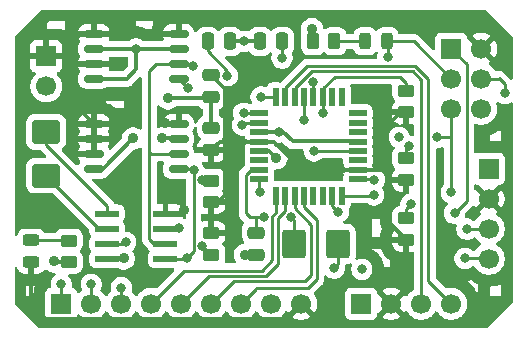
<source format=gtl>
%TF.GenerationSoftware,KiCad,Pcbnew,9.0.5*%
%TF.CreationDate,2025-11-09T03:03:15+02:00*%
%TF.ProjectId,Project 4 MCU Datalogger,50726f6a-6563-4742-9034-204d43552044,1*%
%TF.SameCoordinates,Original*%
%TF.FileFunction,Copper,L1,Top*%
%TF.FilePolarity,Positive*%
%FSLAX46Y46*%
G04 Gerber Fmt 4.6, Leading zero omitted, Abs format (unit mm)*
G04 Created by KiCad (PCBNEW 9.0.5) date 2025-11-09 03:03:15*
%MOMM*%
%LPD*%
G01*
G04 APERTURE LIST*
G04 Aperture macros list*
%AMRoundRect*
0 Rectangle with rounded corners*
0 $1 Rounding radius*
0 $2 $3 $4 $5 $6 $7 $8 $9 X,Y pos of 4 corners*
0 Add a 4 corners polygon primitive as box body*
4,1,4,$2,$3,$4,$5,$6,$7,$8,$9,$2,$3,0*
0 Add four circle primitives for the rounded corners*
1,1,$1+$1,$2,$3*
1,1,$1+$1,$4,$5*
1,1,$1+$1,$6,$7*
1,1,$1+$1,$8,$9*
0 Add four rect primitives between the rounded corners*
20,1,$1+$1,$2,$3,$4,$5,0*
20,1,$1+$1,$4,$5,$6,$7,0*
20,1,$1+$1,$6,$7,$8,$9,0*
20,1,$1+$1,$8,$9,$2,$3,0*%
G04 Aperture macros list end*
%TA.AperFunction,SMDPad,CuDef*%
%ADD10RoundRect,0.250000X0.250000X0.475000X-0.250000X0.475000X-0.250000X-0.475000X0.250000X-0.475000X0*%
%TD*%
%TA.AperFunction,SMDPad,CuDef*%
%ADD11RoundRect,0.250000X-0.250000X-0.475000X0.250000X-0.475000X0.250000X0.475000X-0.250000X0.475000X0*%
%TD*%
%TA.AperFunction,ComponentPad*%
%ADD12R,1.700000X1.700000*%
%TD*%
%TA.AperFunction,ComponentPad*%
%ADD13C,1.700000*%
%TD*%
%TA.AperFunction,SMDPad,CuDef*%
%ADD14RoundRect,0.250000X-0.262500X-0.450000X0.262500X-0.450000X0.262500X0.450000X-0.262500X0.450000X0*%
%TD*%
%TA.AperFunction,SMDPad,CuDef*%
%ADD15RoundRect,0.243750X-0.456250X0.243750X-0.456250X-0.243750X0.456250X-0.243750X0.456250X0.243750X0*%
%TD*%
%TA.AperFunction,SMDPad,CuDef*%
%ADD16RoundRect,0.250000X-0.450000X0.262500X-0.450000X-0.262500X0.450000X-0.262500X0.450000X0.262500X0*%
%TD*%
%TA.AperFunction,SMDPad,CuDef*%
%ADD17RoundRect,0.250000X0.450000X-0.262500X0.450000X0.262500X-0.450000X0.262500X-0.450000X-0.262500X0*%
%TD*%
%TA.AperFunction,SMDPad,CuDef*%
%ADD18RoundRect,0.073750X-0.911250X-0.221250X0.911250X-0.221250X0.911250X0.221250X-0.911250X0.221250X0*%
%TD*%
%TA.AperFunction,SMDPad,CuDef*%
%ADD19RoundRect,0.250000X-0.475000X0.250000X-0.475000X-0.250000X0.475000X-0.250000X0.475000X0.250000X0*%
%TD*%
%TA.AperFunction,SMDPad,CuDef*%
%ADD20RoundRect,0.250000X0.950000X-0.750000X0.950000X0.750000X-0.950000X0.750000X-0.950000X-0.750000X0*%
%TD*%
%TA.AperFunction,SMDPad,CuDef*%
%ADD21RoundRect,0.243750X-0.243750X-0.456250X0.243750X-0.456250X0.243750X0.456250X-0.243750X0.456250X0*%
%TD*%
%TA.AperFunction,SMDPad,CuDef*%
%ADD22RoundRect,0.250000X0.475000X-0.250000X0.475000X0.250000X-0.475000X0.250000X-0.475000X-0.250000X0*%
%TD*%
%TA.AperFunction,SMDPad,CuDef*%
%ADD23RoundRect,0.162500X-0.650000X-0.162500X0.650000X-0.162500X0.650000X0.162500X-0.650000X0.162500X0*%
%TD*%
%TA.AperFunction,SMDPad,CuDef*%
%ADD24RoundRect,0.250000X0.750000X0.950000X-0.750000X0.950000X-0.750000X-0.950000X0.750000X-0.950000X0*%
%TD*%
%TA.AperFunction,SMDPad,CuDef*%
%ADD25RoundRect,0.068750X-0.666250X-0.206250X0.666250X-0.206250X0.666250X0.206250X-0.666250X0.206250X0*%
%TD*%
%TA.AperFunction,SMDPad,CuDef*%
%ADD26RoundRect,0.068750X-0.206250X-0.666250X0.206250X-0.666250X0.206250X0.666250X-0.206250X0.666250X0*%
%TD*%
%TA.AperFunction,ViaPad*%
%ADD27C,0.900000*%
%TD*%
%TA.AperFunction,ViaPad*%
%ADD28C,0.800000*%
%TD*%
%TA.AperFunction,Conductor*%
%ADD29C,0.350000*%
%TD*%
%TA.AperFunction,Conductor*%
%ADD30C,0.250000*%
%TD*%
G04 APERTURE END LIST*
D10*
%TO.P,C3,2*%
%TO.N,Net-(U4-PB7)*%
X120335000Y-80010000D03*
%TO.P,C3,1*%
%TO.N,GND*%
X122235000Y-80010000D03*
%TD*%
D11*
%TO.P,C4,1*%
%TO.N,GND*%
X124780000Y-80010000D03*
%TO.P,C4,2*%
%TO.N,Net-(U4-AREF)*%
X126680000Y-80010000D03*
%TD*%
D12*
%TO.P,J4,1,Pin_1*%
%TO.N,GND*%
X133350000Y-102235000D03*
D13*
%TO.P,J4,2,Pin_2*%
%TO.N,/Vcc*%
X135890000Y-102235000D03*
%TO.P,J4,3,Pin_3*%
%TO.N,/RX*%
X138430000Y-102235000D03*
%TO.P,J4,4,Pin_4*%
%TO.N,/TX*%
X140970000Y-102235000D03*
%TD*%
D12*
%TO.P,J3,1,Pin_1*%
%TO.N,/D2*%
X107950000Y-102235000D03*
D13*
%TO.P,J3,2,Pin_2*%
%TO.N,/D3*%
X110490000Y-102235000D03*
%TO.P,J3,3,Pin_3*%
%TO.N,/D4*%
X113030000Y-102235000D03*
%TO.P,J3,4,Pin_4*%
%TO.N,/D5*%
X115570000Y-102235000D03*
%TO.P,J3,5,Pin_5*%
%TO.N,/D6*%
X118110000Y-102235000D03*
%TO.P,J3,6,Pin_6*%
%TO.N,/D7*%
X120650000Y-102235000D03*
%TO.P,J3,7,Pin_7*%
%TO.N,/D8*%
X123190000Y-102235000D03*
%TO.P,J3,8,Pin_8*%
%TO.N,GND*%
X125730000Y-102235000D03*
%TO.P,J3,9,Pin_9*%
%TO.N,/Vcc*%
X128270000Y-102235000D03*
%TD*%
D12*
%TO.P,J2,1,Pin_1*%
%TO.N,GND*%
X144145000Y-90805000D03*
D13*
%TO.P,J2,2,Pin_2*%
%TO.N,/Vcc*%
X144145000Y-93345000D03*
%TO.P,J2,3,Pin_3*%
%TO.N,/SDA*%
X144145000Y-95885000D03*
%TO.P,J2,4,Pin_4*%
%TO.N,/SCL*%
X144145000Y-98425000D03*
%TD*%
D14*
%TO.P,R4,1*%
%TO.N,GND*%
X129262500Y-80010000D03*
%TO.P,R4,2*%
%TO.N,Net-(D1-K)*%
X131087500Y-80010000D03*
%TD*%
D15*
%TO.P,D2,1,K*%
%TO.N,Net-(D2-K)*%
X105410000Y-96852500D03*
%TO.P,D2,2,A*%
%TO.N,/Vcc*%
X105410000Y-98727500D03*
%TD*%
D16*
%TO.P,R6,1*%
%TO.N,/Vcc*%
X120650000Y-96242500D03*
%TO.P,R6,2*%
%TO.N,Net-(U3-SQW{slash}~INT)*%
X120650000Y-98067500D03*
%TD*%
D17*
%TO.P,R7,1*%
%TO.N,/Vcc*%
X137160000Y-96797500D03*
%TO.P,R7,2*%
%TO.N,/RESET*%
X137160000Y-94972500D03*
%TD*%
D12*
%TO.P,J1,1,Pin_1*%
%TO.N,/MOSI*%
X140970000Y-80645000D03*
D13*
%TO.P,J1,2,Pin_2*%
%TO.N,/Vcc*%
X143510000Y-80645000D03*
%TO.P,J1,3,Pin_3*%
%TO.N,/SCK*%
X140970000Y-83185000D03*
%TO.P,J1,4,Pin_4*%
%TO.N,/MISO*%
X143510000Y-83185000D03*
%TO.P,J1,5,Pin_5*%
%TO.N,/RESET*%
X140970000Y-85725000D03*
%TO.P,J1,6,Pin_6*%
%TO.N,GND*%
X143510000Y-85725000D03*
%TD*%
D12*
%TO.P,BT1,1,+*%
%TO.N,/Vcc*%
X106680000Y-81280000D03*
D13*
%TO.P,BT1,2,-*%
%TO.N,GND*%
X106680000Y-83820000D03*
%TD*%
D16*
%TO.P,R1,1*%
%TO.N,Net-(D2-K)*%
X108585000Y-96877500D03*
%TO.P,R1,2*%
%TO.N,GND*%
X108585000Y-98702500D03*
%TD*%
D18*
%TO.P,U3,1,X1*%
%TO.N,Net-(U3-X1)*%
X111825000Y-94615000D03*
%TO.P,U3,2,X2*%
%TO.N,Net-(U3-X2)*%
X111825000Y-95885000D03*
%TO.P,U3,3,~{INTA}*%
%TO.N,Net-(U3-~{INTA})*%
X111825000Y-97155000D03*
%TO.P,U3,4,GND*%
%TO.N,GND*%
X111825000Y-98425000D03*
%TO.P,U3,5,SDA*%
%TO.N,/SDA*%
X116775000Y-98425000D03*
%TO.P,U3,6,SCL*%
%TO.N,/SCL*%
X116775000Y-97155000D03*
%TO.P,U3,7,SQW/~INT*%
%TO.N,Net-(U3-SQW{slash}~INT)*%
X116775000Y-95885000D03*
%TO.P,U3,8,VCC*%
%TO.N,/Vcc*%
X116775000Y-94615000D03*
%TD*%
D19*
%TO.P,C1,1*%
%TO.N,/Vcc*%
X120650000Y-82870000D03*
%TO.P,C1,2*%
%TO.N,GND*%
X120650000Y-84770000D03*
%TD*%
D20*
%TO.P,Y1,1,1*%
%TO.N,Net-(U3-X2)*%
X106680000Y-91385000D03*
%TO.P,Y1,2,2*%
%TO.N,Net-(U3-X1)*%
X106680000Y-87685000D03*
%TD*%
D21*
%TO.P,D1,1,K*%
%TO.N,Net-(D1-K)*%
X133682500Y-80010000D03*
%TO.P,D1,2,A*%
%TO.N,/SCK*%
X135557500Y-80010000D03*
%TD*%
D22*
%TO.P,C5,1*%
%TO.N,/Vcc*%
X120650000Y-89215000D03*
%TO.P,C5,2*%
%TO.N,GND*%
X120650000Y-87315000D03*
%TD*%
D23*
%TO.P,U2,1,A0*%
%TO.N,/Vcc*%
X110712500Y-79375000D03*
%TO.P,U2,2,A1*%
%TO.N,GND*%
X110712500Y-80645000D03*
%TO.P,U2,3,A2*%
%TO.N,/Vcc*%
X110712500Y-81915000D03*
%TO.P,U2,4,GND*%
%TO.N,GND*%
X110712500Y-83185000D03*
%TO.P,U2,5,SDA*%
%TO.N,/SDA*%
X117887500Y-83185000D03*
%TO.P,U2,6,SCL*%
%TO.N,/SCL*%
X117887500Y-81915000D03*
%TO.P,U2,7,WP*%
%TO.N,GND*%
X117887500Y-80645000D03*
%TO.P,U2,8,VCC*%
%TO.N,/Vcc*%
X117887500Y-79375000D03*
%TD*%
D17*
%TO.P,R3,1*%
%TO.N,/Vcc*%
X137160000Y-86002500D03*
%TO.P,R3,2*%
%TO.N,/SDA*%
X137160000Y-84177500D03*
%TD*%
%TO.P,R5,1*%
%TO.N,/Vcc*%
X120650000Y-93622500D03*
%TO.P,R5,2*%
%TO.N,Net-(U3-~{INTA})*%
X120650000Y-91797500D03*
%TD*%
D24*
%TO.P,Y2,1,1*%
%TO.N,Net-(U4-PB7)*%
X131390000Y-97155000D03*
%TO.P,Y2,2,2*%
%TO.N,Net-(U4-PB6)*%
X127690000Y-97155000D03*
%TD*%
D17*
%TO.P,R2,1*%
%TO.N,/Vcc*%
X137160000Y-91717500D03*
%TO.P,R2,2*%
%TO.N,/SCL*%
X137160000Y-89892500D03*
%TD*%
D22*
%TO.P,C2,1*%
%TO.N,GND*%
X124460000Y-98105000D03*
%TO.P,C2,2*%
%TO.N,Net-(U4-PB6)*%
X124460000Y-96205000D03*
%TD*%
D23*
%TO.P,U1,1,A0*%
%TO.N,/Vcc*%
X110712500Y-86995000D03*
%TO.P,U1,2,A1*%
X110712500Y-88265000D03*
%TO.P,U1,3,A2*%
X110712500Y-89535000D03*
%TO.P,U1,4,GND*%
%TO.N,GND*%
X110712500Y-90805000D03*
%TO.P,U1,5,SDA*%
%TO.N,/SDA*%
X117887500Y-90805000D03*
%TO.P,U1,6,SCL*%
%TO.N,/SCL*%
X117887500Y-89535000D03*
%TO.P,U1,7,WP*%
%TO.N,GND*%
X117887500Y-88265000D03*
%TO.P,U1,8,VCC*%
%TO.N,/Vcc*%
X117887500Y-86995000D03*
%TD*%
D25*
%TO.P,U4,1,PD3*%
%TO.N,/D3*%
X124735000Y-86100000D03*
%TO.P,U4,2,PD4*%
%TO.N,/D4*%
X124735000Y-86900000D03*
%TO.P,U4,3,GND*%
%TO.N,GND*%
X124735000Y-87700000D03*
%TO.P,U4,4,VCC*%
%TO.N,/Vcc*%
X124735000Y-88500000D03*
%TO.P,U4,5,GND*%
%TO.N,GND*%
X124735000Y-89300000D03*
%TO.P,U4,6,VCC*%
%TO.N,unconnected-(U4-VCC-Pad6)*%
X124735000Y-90100000D03*
%TO.P,U4,7,PB6*%
%TO.N,Net-(U4-PB6)*%
X124735000Y-90900000D03*
%TO.P,U4,8,PB7*%
%TO.N,Net-(U4-PB7)*%
X124735000Y-91700000D03*
D26*
%TO.P,U4,9,PD5*%
%TO.N,/D5*%
X126105000Y-93070000D03*
%TO.P,U4,10,PD6*%
%TO.N,/D6*%
X126905000Y-93070000D03*
%TO.P,U4,11,PD7*%
%TO.N,/D7*%
X127705000Y-93070000D03*
%TO.P,U4,12,PB0*%
%TO.N,/D8*%
X128505000Y-93070000D03*
%TO.P,U4,13,PB1*%
%TO.N,unconnected-(U4-PB1-Pad13)*%
X129305000Y-93070000D03*
%TO.P,U4,14,PB2*%
%TO.N,unconnected-(U4-PB2-Pad14)*%
X130105000Y-93070000D03*
%TO.P,U4,15,PB3*%
%TO.N,/MOSI*%
X130905000Y-93070000D03*
%TO.P,U4,16,PB4*%
%TO.N,/MISO*%
X131705000Y-93070000D03*
D25*
%TO.P,U4,17,PB5*%
%TO.N,/SCK*%
X133075000Y-91700000D03*
%TO.P,U4,18,AVCC*%
%TO.N,/Vcc*%
X133075000Y-90900000D03*
%TO.P,U4,19,ADC6*%
%TO.N,unconnected-(U4-ADC6-Pad19)*%
X133075000Y-90100000D03*
%TO.P,U4,20,AREF*%
%TO.N,Net-(U4-AREF)*%
X133075000Y-89300000D03*
%TO.P,U4,21,GND*%
%TO.N,GND*%
X133075000Y-88500000D03*
%TO.P,U4,22,ADC7*%
%TO.N,unconnected-(U4-ADC7-Pad22)*%
X133075000Y-87700000D03*
%TO.P,U4,23,PC0*%
%TO.N,unconnected-(U4-PC0-Pad23)*%
X133075000Y-86900000D03*
%TO.P,U4,24,PC1*%
%TO.N,unconnected-(U4-PC1-Pad24)*%
X133075000Y-86100000D03*
D26*
%TO.P,U4,25,PC2*%
%TO.N,unconnected-(U4-PC2-Pad25)*%
X131705000Y-84730000D03*
%TO.P,U4,26,PC3*%
%TO.N,unconnected-(U4-PC3-Pad26)*%
X130905000Y-84730000D03*
%TO.P,U4,27,PC4*%
%TO.N,/SDA*%
X130105000Y-84730000D03*
%TO.P,U4,28,PC5*%
%TO.N,/SCL*%
X129305000Y-84730000D03*
%TO.P,U4,29,PC6/~{RESET}*%
%TO.N,/RESET*%
X128505000Y-84730000D03*
%TO.P,U4,30,PD0*%
%TO.N,/RX*%
X127705000Y-84730000D03*
%TO.P,U4,31,PD1*%
%TO.N,/TX*%
X126905000Y-84730000D03*
%TO.P,U4,32,PD2*%
%TO.N,/D2*%
X126105000Y-84730000D03*
%TD*%
D27*
%TO.N,GND*%
X116992400Y-84836000D03*
D28*
%TO.N,/SDA*%
X119176800Y-90932000D03*
X118697250Y-83994750D03*
%TO.N,GND*%
X123444000Y-80010000D03*
D27*
X113233200Y-98399600D03*
X107340400Y-98653600D03*
X114046000Y-88239600D03*
X116484400Y-88239600D03*
X126169999Y-89910577D03*
D28*
%TO.N,Net-(U4-AREF)*%
X129373800Y-89300000D03*
D27*
%TO.N,GND*%
X123507000Y-98081449D03*
X129184400Y-78994000D03*
D28*
%TO.N,/SDA*%
X133400800Y-99314000D03*
X118605300Y-98361500D03*
D27*
%TO.N,/Vcc*%
X112826800Y-86969600D03*
X116738400Y-86918800D03*
X118351800Y-94284800D03*
D28*
X120650000Y-94970600D03*
%TO.N,/SCL*%
X137363200Y-88900000D03*
%TO.N,Net-(U4-PB7)*%
X124764800Y-92760800D03*
X131064000Y-99212400D03*
X122025000Y-82919400D03*
%TO.N,/RESET*%
X139764600Y-88138000D03*
X128524000Y-86715600D03*
X136550400Y-88138000D03*
%TO.N,/SCL*%
X142138400Y-98399600D03*
X119126000Y-82092800D03*
%TO.N,/RESET*%
X140970000Y-92811600D03*
X137566400Y-93776800D03*
%TO.N,/MOSI*%
X141249400Y-94571000D03*
X131419600Y-94437200D03*
%TO.N,/MISO*%
X145491200Y-84429600D03*
X134416800Y-93014800D03*
%TO.N,Net-(U4-PB6)*%
X125112800Y-94894400D03*
X127439770Y-94886276D03*
%TO.N,/D4*%
X123289155Y-87094575D03*
%TO.N,Net-(U3-SQW{slash}~INT)*%
X119901800Y-97358748D03*
X117957600Y-95859600D03*
%TO.N,/D3*%
X123393200Y-86100000D03*
%TO.N,/D2*%
X124866400Y-84734400D03*
%TO.N,/D4*%
X113049200Y-100857200D03*
%TO.N,/D3*%
X110490000Y-100584000D03*
%TO.N,/D2*%
X107950000Y-100584000D03*
%TO.N,Net-(U3-~{INTA})*%
X113397185Y-97028000D03*
X119901800Y-91795600D03*
%TO.N,Net-(U4-AREF)*%
X126644400Y-81432400D03*
%TO.N,/SDA*%
X130098800Y-86106000D03*
X142290800Y-95910400D03*
%TO.N,/SCK*%
X135585200Y-81380200D03*
X134467600Y-91725000D03*
%TO.N,/SCL*%
X129286000Y-83464400D03*
%TO.N,GND*%
X114300000Y-80645000D03*
X126365000Y-87700000D03*
%TD*%
D29*
%TO.N,GND*%
X110712500Y-83185000D02*
X113512600Y-83185000D01*
X114300000Y-80645000D02*
X110712500Y-80645000D01*
D30*
%TO.N,/D6*%
X118110000Y-102235000D02*
X120466000Y-99879000D01*
D29*
%TO.N,GND*%
X113512600Y-83185000D02*
X114300000Y-82397600D01*
X114300000Y-82397600D02*
X114300000Y-80645000D01*
X120650000Y-87315000D02*
X120650000Y-84770000D01*
X120584000Y-84836000D02*
X116992400Y-84836000D01*
X120650000Y-84770000D02*
X120584000Y-84836000D01*
D30*
%TO.N,/SDA*%
X117887500Y-83185000D02*
X118697250Y-83994750D01*
D29*
%TO.N,GND*%
X123444000Y-80010000D02*
X124780000Y-80010000D01*
X113207800Y-98425000D02*
X113233200Y-98399600D01*
X111825000Y-98425000D02*
X113207800Y-98425000D01*
X107389300Y-98702500D02*
X107340400Y-98653600D01*
X108585000Y-98702500D02*
X107389300Y-98702500D01*
X117862100Y-88239600D02*
X117887500Y-88265000D01*
X116484400Y-88239600D02*
X117862100Y-88239600D01*
X111480600Y-90805000D02*
X114046000Y-88239600D01*
X110712500Y-90805000D02*
X111480600Y-90805000D01*
X125559422Y-89300000D02*
X126169999Y-89910577D01*
X124735000Y-89300000D02*
X125559422Y-89300000D01*
%TO.N,/Vcc*%
X125996859Y-88500000D02*
X128396859Y-90900000D01*
X124735000Y-88500000D02*
X125996859Y-88500000D01*
%TO.N,GND*%
X126365000Y-87700000D02*
X126765200Y-87700000D01*
%TO.N,/Vcc*%
X133075000Y-90900000D02*
X128396859Y-90900000D01*
%TO.N,GND*%
X133049000Y-88474000D02*
X133075000Y-88500000D01*
X126765200Y-87700000D02*
X127539200Y-88474000D01*
X127539200Y-88474000D02*
X133049000Y-88474000D01*
X124735000Y-87700000D02*
X126365000Y-87700000D01*
D30*
%TO.N,Net-(U4-AREF)*%
X129373800Y-89300000D02*
X133075000Y-89300000D01*
D29*
%TO.N,GND*%
X123530551Y-98105000D02*
X123507000Y-98081449D01*
X124460000Y-98105000D02*
X123530551Y-98105000D01*
X129262500Y-79072100D02*
X129184400Y-78994000D01*
X129262500Y-80010000D02*
X129262500Y-79072100D01*
X122235000Y-80010000D02*
X123444000Y-80010000D01*
X117887500Y-80645000D02*
X114300000Y-80645000D01*
D30*
%TO.N,/SDA*%
X118605300Y-98361500D02*
X119176800Y-97790000D01*
D29*
%TO.N,/Vcc*%
X109296200Y-81915000D02*
X109220000Y-81991200D01*
X110712500Y-81915000D02*
X109296200Y-81915000D01*
X109220000Y-81991200D02*
X109220000Y-81280000D01*
X109220000Y-85502500D02*
X109220000Y-81991200D01*
X110712500Y-86995000D02*
X109220000Y-85502500D01*
X109220000Y-80492600D02*
X109220000Y-81280000D01*
D30*
%TO.N,/SDA*%
X119176800Y-97790000D02*
X119176800Y-90932000D01*
X118541800Y-98425000D02*
X118605300Y-98361500D01*
X116775000Y-98425000D02*
X118541800Y-98425000D01*
D29*
%TO.N,/Vcc*%
X121843240Y-85954160D02*
X121843800Y-85953600D01*
X121843800Y-85953600D02*
X121843800Y-88500000D01*
X121843800Y-84063800D02*
X121843800Y-85953600D01*
X120650000Y-82870000D02*
X121843800Y-84063800D01*
X110737900Y-86969600D02*
X110712500Y-86995000D01*
X112826800Y-86969600D02*
X110737900Y-86969600D01*
X116814600Y-86995000D02*
X116738400Y-86918800D01*
X117887500Y-86995000D02*
X116814600Y-86995000D01*
X121261500Y-93622500D02*
X121843800Y-93040200D01*
X121843800Y-93040200D02*
X121843800Y-88500000D01*
X121843800Y-88500000D02*
X124735000Y-88500000D01*
X120650000Y-93622500D02*
X121261500Y-93622500D01*
X118021600Y-94615000D02*
X118351800Y-94284800D01*
X116775000Y-94615000D02*
X118021600Y-94615000D01*
X120650000Y-94970600D02*
X120650000Y-93622500D01*
X120650000Y-96242500D02*
X120650000Y-94970600D01*
X110712500Y-79375000D02*
X117887500Y-79375000D01*
X121365000Y-88500000D02*
X121843800Y-88500000D01*
X120650000Y-89215000D02*
X121365000Y-88500000D01*
D30*
%TO.N,/SCL*%
X137160000Y-89103200D02*
X137363200Y-88900000D01*
X137160000Y-89892500D02*
X137160000Y-89103200D01*
D29*
%TO.N,/Vcc*%
X110712500Y-88265000D02*
X110712500Y-89535000D01*
X110712500Y-86995000D02*
X110712500Y-88265000D01*
X110712500Y-81915000D02*
X111091768Y-81915000D01*
X109677200Y-79349600D02*
X109220000Y-79806800D01*
X110687100Y-79349600D02*
X109677200Y-79349600D01*
X109220000Y-79806800D02*
X109220000Y-80492600D01*
X109855000Y-81915000D02*
X110712500Y-81915000D01*
X110712500Y-79375000D02*
X110687100Y-79349600D01*
D30*
%TO.N,Net-(U4-PB7)*%
X124735000Y-92731000D02*
X124764800Y-92760800D01*
X124735000Y-91700000D02*
X124735000Y-92731000D01*
X122025000Y-82919400D02*
X122025000Y-82502600D01*
X131390000Y-98886400D02*
X131064000Y-99212400D01*
X131390000Y-97155000D02*
X131390000Y-98886400D01*
%TO.N,/RESET*%
X140944600Y-88138000D02*
X140970000Y-88112600D01*
X140970000Y-92811600D02*
X140970000Y-88112600D01*
X139764600Y-88138000D02*
X140944600Y-88138000D01*
X128505000Y-86696600D02*
X128524000Y-86715600D01*
X128505000Y-84730000D02*
X128505000Y-86696600D01*
%TO.N,/SCL*%
X142138400Y-98399600D02*
X144119600Y-98399600D01*
X144119600Y-98399600D02*
X144145000Y-98425000D01*
X118948200Y-81915000D02*
X119126000Y-82092800D01*
X117887500Y-81915000D02*
X118948200Y-81915000D01*
%TO.N,/RESET*%
X140970000Y-88112600D02*
X140970000Y-85725000D01*
X137160000Y-94183200D02*
X137566400Y-93776800D01*
X137160000Y-94972500D02*
X137160000Y-94183200D01*
%TO.N,/MOSI*%
X142284000Y-81959000D02*
X142284000Y-93536400D01*
X140970000Y-80645000D02*
X142284000Y-81959000D01*
X142284000Y-93536400D02*
X141249400Y-94571000D01*
X130905000Y-93922600D02*
X131419600Y-94437200D01*
X130905000Y-93070000D02*
X130905000Y-93922600D01*
%TO.N,/MISO*%
X145008600Y-83185000D02*
X143510000Y-83185000D01*
X145491200Y-83616800D02*
X145034000Y-83159600D01*
X145034000Y-83159600D02*
X145008600Y-83185000D01*
X145491200Y-84429600D02*
X145491200Y-83616800D01*
X134361600Y-93070000D02*
X134416800Y-93014800D01*
X131705000Y-93070000D02*
X134361600Y-93070000D01*
%TO.N,Net-(U4-PB6)*%
X123926600Y-94894400D02*
X124460000Y-94894400D01*
X123596400Y-94564200D02*
X123926600Y-94894400D01*
X123596400Y-91303600D02*
X123596400Y-94564200D01*
X124000000Y-90900000D02*
X123596400Y-91303600D01*
X124735000Y-90900000D02*
X124000000Y-90900000D01*
X124460000Y-96205000D02*
X124460000Y-94894400D01*
X125112800Y-94894400D02*
X124460000Y-94894400D01*
X127690000Y-95136506D02*
X127439770Y-94886276D01*
X127690000Y-97155000D02*
X127690000Y-95136506D01*
%TO.N,/D6*%
X122758200Y-99879000D02*
X120466000Y-99879000D01*
%TO.N,/D4*%
X123483730Y-86900000D02*
X123289155Y-87094575D01*
X124735000Y-86900000D02*
X123483730Y-86900000D01*
%TO.N,Net-(U3-SQW{slash}~INT)*%
X119941248Y-97358748D02*
X120650000Y-98067500D01*
X119901800Y-97358748D02*
X119941248Y-97358748D01*
X117932200Y-95885000D02*
X117957600Y-95859600D01*
X116775000Y-95885000D02*
X117932200Y-95885000D01*
%TO.N,/D3*%
X123393200Y-86100000D02*
X124735000Y-86100000D01*
%TO.N,/D2*%
X124870800Y-84730000D02*
X124866400Y-84734400D01*
X126105000Y-84730000D02*
X124870800Y-84730000D01*
%TO.N,/D4*%
X113049200Y-100857200D02*
X113030000Y-100876400D01*
%TO.N,/D6*%
X126905000Y-94379800D02*
X126288800Y-94996000D01*
X126905000Y-93070000D02*
X126905000Y-94379800D01*
X126288800Y-94996000D02*
X126288800Y-98856800D01*
X126288800Y-98856800D02*
X125266600Y-99879000D01*
X125266600Y-99879000D02*
X122758200Y-99879000D01*
%TO.N,/D5*%
X124968000Y-99428000D02*
X118377000Y-99428000D01*
X125837800Y-98558200D02*
X124968000Y-99428000D01*
X118377000Y-99428000D02*
X115570000Y-102235000D01*
X125837800Y-94786600D02*
X125837800Y-98558200D01*
X126105000Y-94519400D02*
X125837800Y-94786600D01*
X126105000Y-93070000D02*
X126105000Y-94519400D01*
%TO.N,/D7*%
X127705000Y-94126200D02*
X127705000Y-93070000D01*
X129139800Y-95561000D02*
X127705000Y-94126200D01*
X128574800Y-100330000D02*
X129139800Y-99765000D01*
X122555000Y-100330000D02*
X128574800Y-100330000D01*
X120650000Y-102235000D02*
X122555000Y-100330000D01*
X129139800Y-99765000D02*
X129139800Y-95561000D01*
%TO.N,/D8*%
X129590800Y-95148400D02*
X128505000Y-94062600D01*
X129590800Y-100126800D02*
X129590800Y-95148400D01*
X128505000Y-94062600D02*
X128505000Y-93070000D01*
X124460000Y-100888800D02*
X128828800Y-100888800D01*
X128828800Y-100888800D02*
X129590800Y-100126800D01*
X124460000Y-100965000D02*
X124460000Y-100888800D01*
X123190000Y-102235000D02*
X124460000Y-100965000D01*
%TO.N,Net-(U3-~{INTA})*%
X111825000Y-97155000D02*
X113270185Y-97155000D01*
X113270185Y-97155000D02*
X113397185Y-97028000D01*
X120650000Y-91797500D02*
X119903700Y-91797500D01*
X119903700Y-91797500D02*
X119901800Y-91795600D01*
%TO.N,Net-(U4-AREF)*%
X126644400Y-80045600D02*
X126680000Y-80010000D01*
X126644400Y-81432400D02*
X126644400Y-80045600D01*
%TO.N,/SDA*%
X130098800Y-86106000D02*
X130098800Y-84736200D01*
X130098800Y-84736200D02*
X130105000Y-84730000D01*
X142316200Y-95885000D02*
X142290800Y-95910400D01*
X144145000Y-95885000D02*
X142316200Y-95885000D01*
%TO.N,/SCK*%
X135585200Y-81380200D02*
X135585200Y-80037700D01*
X135585200Y-80037700D02*
X135557500Y-80010000D01*
X134442600Y-91700000D02*
X134467600Y-91725000D01*
X133075000Y-91700000D02*
X134442600Y-91700000D01*
X137795000Y-80010000D02*
X135557500Y-80010000D01*
X140970000Y-83185000D02*
X137795000Y-80010000D01*
%TO.N,/TX*%
X140970000Y-102235000D02*
X139039600Y-100304600D01*
X139039600Y-83232990D02*
X139039600Y-100304600D01*
X137911810Y-82105200D02*
X139039600Y-83232990D01*
X128794800Y-82105200D02*
X137911810Y-82105200D01*
X126905000Y-83995000D02*
X128794800Y-82105200D01*
X126905000Y-84730000D02*
X126905000Y-83995000D01*
%TO.N,/RX*%
X138430000Y-83261200D02*
X138430000Y-102235000D01*
X137725000Y-82556200D02*
X138430000Y-83261200D01*
X129143800Y-82556200D02*
X137725000Y-82556200D01*
X127705000Y-83995000D02*
X129143800Y-82556200D01*
X127705000Y-84730000D02*
X127705000Y-83995000D01*
%TO.N,Net-(D1-K)*%
X131087500Y-80010000D02*
X133682500Y-80010000D01*
D29*
%TO.N,/Vcc*%
X135764900Y-91717500D02*
X135534400Y-91948000D01*
X137160000Y-91717500D02*
X135764900Y-91717500D01*
X135534400Y-91948000D02*
X135534400Y-91084400D01*
X135534400Y-95171900D02*
X135534400Y-91948000D01*
X137160000Y-96797500D02*
X135534400Y-95171900D01*
X135350000Y-90900000D02*
X135534400Y-91084400D01*
X133075000Y-90900000D02*
X135350000Y-90900000D01*
X136755500Y-86002500D02*
X137160000Y-86002500D01*
X135534400Y-91084400D02*
X135534400Y-87223600D01*
X135534400Y-87223600D02*
X136755500Y-86002500D01*
D30*
%TO.N,/SCL*%
X115541000Y-89535000D02*
X115414000Y-89408000D01*
X115414000Y-89408000D02*
X115414000Y-83620400D01*
X117887500Y-89535000D02*
X115541000Y-89535000D01*
X115414000Y-82502800D02*
X115414000Y-83620400D01*
X116001800Y-81915000D02*
X115414000Y-82502800D01*
X117887500Y-81915000D02*
X116001800Y-81915000D01*
X115414000Y-96779000D02*
X115414000Y-89408000D01*
X115790000Y-97155000D02*
X115414000Y-96779000D01*
X116775000Y-97155000D02*
X115790000Y-97155000D01*
%TO.N,/SDA*%
X117887500Y-90805000D02*
X119049800Y-90805000D01*
X119049800Y-90805000D02*
X119176800Y-90932000D01*
%TO.N,Net-(U3-X1)*%
X106680000Y-88798400D02*
X111825000Y-93943400D01*
X106680000Y-87685000D02*
X106680000Y-88798400D01*
X111825000Y-93943400D02*
X111825000Y-94615000D01*
%TO.N,Net-(U3-X2)*%
X106680000Y-91385000D02*
X111180000Y-95885000D01*
X111180000Y-95885000D02*
X111825000Y-95885000D01*
%TO.N,Net-(D2-K)*%
X108560000Y-96852500D02*
X108585000Y-96877500D01*
X105410000Y-96852500D02*
X108560000Y-96852500D01*
%TO.N,/D3*%
X110490000Y-102235000D02*
X110490000Y-100584000D01*
%TO.N,/D4*%
X113030000Y-100876400D02*
X113030000Y-102235000D01*
%TO.N,/D2*%
X107950000Y-102235000D02*
X107950000Y-100584000D01*
%TO.N,/SCL*%
X129305000Y-84730000D02*
X129305000Y-83483400D01*
X129305000Y-83483400D02*
X129286000Y-83464400D01*
%TO.N,Net-(U4-PB7)*%
X120335000Y-80812600D02*
X120335000Y-80010000D01*
X122025000Y-82502600D02*
X120335000Y-80812600D01*
%TO.N,/SDA*%
X130105000Y-83995000D02*
X130105000Y-84730000D01*
X136652000Y-83007200D02*
X131092800Y-83007200D01*
X137160000Y-83515200D02*
X136652000Y-83007200D01*
X131092800Y-83007200D02*
X130105000Y-83995000D01*
X137160000Y-84177500D02*
X137160000Y-83515200D01*
D29*
%TO.N,/Vcc*%
X105410000Y-102247000D02*
X106674000Y-103511000D01*
X126994000Y-103511000D02*
X128270000Y-102235000D01*
X106674000Y-103511000D02*
X126994000Y-103511000D01*
X105410000Y-98727500D02*
X105410000Y-99593400D01*
X105410000Y-99593400D02*
X105410000Y-102247000D01*
%TD*%
%TA.AperFunction,Conductor*%
%TO.N,/Vcc*%
G36*
X135912957Y-83652385D02*
G01*
X135958712Y-83705189D01*
X135969275Y-83769301D01*
X135967813Y-83783620D01*
X135959500Y-83864983D01*
X135959500Y-84490001D01*
X135959501Y-84490019D01*
X135970000Y-84592796D01*
X135970001Y-84592799D01*
X136009962Y-84713392D01*
X136025186Y-84759334D01*
X136084900Y-84856147D01*
X136117289Y-84908657D01*
X136211304Y-85002672D01*
X136244789Y-85063995D01*
X136239805Y-85133687D01*
X136211305Y-85178034D01*
X136117682Y-85271657D01*
X136025643Y-85420875D01*
X136025641Y-85420880D01*
X135970494Y-85587302D01*
X135970493Y-85587309D01*
X135960000Y-85690013D01*
X135960000Y-85752500D01*
X137036000Y-85752500D01*
X137103039Y-85772185D01*
X137148794Y-85824989D01*
X137160000Y-85876500D01*
X137160000Y-86002500D01*
X137286000Y-86002500D01*
X137353039Y-86022185D01*
X137398794Y-86074989D01*
X137410000Y-86126500D01*
X137410000Y-87014999D01*
X137659972Y-87014999D01*
X137659986Y-87014998D01*
X137667898Y-87014190D01*
X137736591Y-87026959D01*
X137787475Y-87074840D01*
X137804500Y-87137548D01*
X137804500Y-87922519D01*
X137784815Y-87989558D01*
X137732011Y-88035313D01*
X137662853Y-88045257D01*
X137633055Y-88037083D01*
X137625870Y-88034107D01*
X137625859Y-88034104D01*
X137521804Y-88013406D01*
X137459893Y-87981021D01*
X137425319Y-87920305D01*
X137424386Y-87916018D01*
X137416294Y-87875334D01*
X137382620Y-87794036D01*
X137348416Y-87711459D01*
X137348409Y-87711446D01*
X137249864Y-87563965D01*
X137249861Y-87563961D01*
X137124438Y-87438538D01*
X137124434Y-87438535D01*
X136976953Y-87339990D01*
X136976940Y-87339983D01*
X136813067Y-87272106D01*
X136813061Y-87272104D01*
X136755306Y-87260616D01*
X136693396Y-87228230D01*
X136658822Y-87167514D01*
X136662563Y-87097745D01*
X136703430Y-87041073D01*
X136768448Y-87015492D01*
X136779499Y-87014999D01*
X136909999Y-87014999D01*
X136910000Y-87014998D01*
X136910000Y-86252500D01*
X135960001Y-86252500D01*
X135960001Y-86314986D01*
X135970494Y-86417697D01*
X136025641Y-86584119D01*
X136025643Y-86584124D01*
X136117684Y-86733345D01*
X136241654Y-86857315D01*
X136390875Y-86949356D01*
X136390880Y-86949358D01*
X136531014Y-86995794D01*
X136588459Y-87035567D01*
X136615282Y-87100082D01*
X136602967Y-87168858D01*
X136555424Y-87220058D01*
X136492010Y-87237500D01*
X136461706Y-87237500D01*
X136287741Y-87272103D01*
X136287732Y-87272106D01*
X136123859Y-87339983D01*
X136123846Y-87339990D01*
X135976365Y-87438535D01*
X135976361Y-87438538D01*
X135850938Y-87563961D01*
X135850935Y-87563965D01*
X135752390Y-87711446D01*
X135752383Y-87711459D01*
X135684506Y-87875332D01*
X135684503Y-87875341D01*
X135649900Y-88049304D01*
X135649900Y-88226695D01*
X135684503Y-88400658D01*
X135684506Y-88400667D01*
X135752383Y-88564540D01*
X135752390Y-88564553D01*
X135850935Y-88712034D01*
X135850938Y-88712038D01*
X135976361Y-88837461D01*
X135976365Y-88837464D01*
X136128918Y-88939398D01*
X136127378Y-88941702D01*
X136168740Y-88982240D01*
X136184278Y-89050360D01*
X136160520Y-89116066D01*
X136148193Y-89130438D01*
X136117289Y-89161342D01*
X136025187Y-89310663D01*
X136025186Y-89310666D01*
X135970001Y-89477203D01*
X135970001Y-89477204D01*
X135970000Y-89477204D01*
X135959500Y-89579983D01*
X135959500Y-90205001D01*
X135959501Y-90205019D01*
X135970000Y-90307796D01*
X135970001Y-90307799D01*
X136025185Y-90474331D01*
X136025187Y-90474336D01*
X136044380Y-90505453D01*
X136093439Y-90584991D01*
X136117289Y-90623657D01*
X136211304Y-90717672D01*
X136244789Y-90778995D01*
X136239805Y-90848687D01*
X136211305Y-90893034D01*
X136117682Y-90986657D01*
X136025643Y-91135875D01*
X136025641Y-91135880D01*
X135970494Y-91302302D01*
X135970493Y-91302309D01*
X135960000Y-91405013D01*
X135960000Y-91467500D01*
X137036000Y-91467500D01*
X137103039Y-91487185D01*
X137148794Y-91539989D01*
X137160000Y-91591500D01*
X137160000Y-91717500D01*
X137286000Y-91717500D01*
X137353039Y-91737185D01*
X137398794Y-91789989D01*
X137410000Y-91841500D01*
X137410000Y-92755587D01*
X137412706Y-92760543D01*
X137407722Y-92830235D01*
X137365850Y-92886168D01*
X137315739Y-92908517D01*
X137303739Y-92910904D01*
X137303732Y-92910906D01*
X137139859Y-92978783D01*
X137139846Y-92978790D01*
X136992365Y-93077335D01*
X136992361Y-93077338D01*
X136866938Y-93202761D01*
X136866935Y-93202765D01*
X136768390Y-93350246D01*
X136768383Y-93350259D01*
X136700506Y-93514132D01*
X136700503Y-93514141D01*
X136665900Y-93688104D01*
X136665900Y-93759187D01*
X136646215Y-93826226D01*
X136645001Y-93828079D01*
X136605690Y-93886909D01*
X136605687Y-93886915D01*
X136595219Y-93912188D01*
X136551378Y-93966591D01*
X136519662Y-93982440D01*
X136513306Y-93984547D01*
X136390668Y-94025185D01*
X136390663Y-94025187D01*
X136241342Y-94117289D01*
X136117289Y-94241342D01*
X136025187Y-94390663D01*
X136025185Y-94390668D01*
X136015038Y-94421290D01*
X135970001Y-94557203D01*
X135970001Y-94557204D01*
X135970000Y-94557204D01*
X135959500Y-94659983D01*
X135959500Y-95285001D01*
X135959501Y-95285019D01*
X135970000Y-95387796D01*
X135970001Y-95387799D01*
X136011768Y-95513841D01*
X136025186Y-95554334D01*
X136100145Y-95675863D01*
X136117289Y-95703657D01*
X136211304Y-95797672D01*
X136244789Y-95858995D01*
X136239805Y-95928687D01*
X136211305Y-95973034D01*
X136117682Y-96066657D01*
X136025643Y-96215875D01*
X136025641Y-96215880D01*
X135970494Y-96382302D01*
X135970493Y-96382309D01*
X135960000Y-96485013D01*
X135960000Y-96547500D01*
X137036000Y-96547500D01*
X137103039Y-96567185D01*
X137148794Y-96619989D01*
X137160000Y-96671500D01*
X137160000Y-96797500D01*
X137286000Y-96797500D01*
X137353039Y-96817185D01*
X137398794Y-96869989D01*
X137410000Y-96921500D01*
X137410000Y-97809999D01*
X137659972Y-97809999D01*
X137659986Y-97809998D01*
X137667898Y-97809190D01*
X137736591Y-97821959D01*
X137787475Y-97869840D01*
X137804500Y-97932548D01*
X137804500Y-100962019D01*
X137784815Y-101029058D01*
X137736797Y-101072503D01*
X137722180Y-101079950D01*
X137550213Y-101204890D01*
X137399890Y-101355213D01*
X137274949Y-101527182D01*
X137270202Y-101536499D01*
X137222227Y-101587293D01*
X137154405Y-101604087D01*
X137088271Y-101581548D01*
X137049234Y-101536495D01*
X137044626Y-101527452D01*
X137005270Y-101473282D01*
X137005269Y-101473282D01*
X136372962Y-102105590D01*
X136355925Y-102042007D01*
X136290099Y-101927993D01*
X136197007Y-101834901D01*
X136082993Y-101769075D01*
X136019409Y-101752037D01*
X136651716Y-101119728D01*
X136597550Y-101080375D01*
X136408217Y-100983904D01*
X136206129Y-100918242D01*
X135996246Y-100885000D01*
X135783754Y-100885000D01*
X135573872Y-100918242D01*
X135573869Y-100918242D01*
X135371782Y-100983904D01*
X135182439Y-101080380D01*
X135128282Y-101119727D01*
X135128282Y-101119728D01*
X135760591Y-101752037D01*
X135697007Y-101769075D01*
X135582993Y-101834901D01*
X135489901Y-101927993D01*
X135424075Y-102042007D01*
X135407037Y-102105591D01*
X134736818Y-101435372D01*
X134703333Y-101374049D01*
X134700499Y-101347691D01*
X134700499Y-101337129D01*
X134700498Y-101337123D01*
X134700497Y-101337116D01*
X134694091Y-101277517D01*
X134683794Y-101249910D01*
X134643797Y-101142671D01*
X134643793Y-101142664D01*
X134557547Y-101027455D01*
X134557544Y-101027452D01*
X134442335Y-100941206D01*
X134442328Y-100941202D01*
X134307482Y-100890908D01*
X134307483Y-100890908D01*
X134247883Y-100884501D01*
X134247881Y-100884500D01*
X134247873Y-100884500D01*
X134247864Y-100884500D01*
X132452129Y-100884500D01*
X132452123Y-100884501D01*
X132392516Y-100890908D01*
X132257671Y-100941202D01*
X132257664Y-100941206D01*
X132142455Y-101027452D01*
X132142452Y-101027455D01*
X132056206Y-101142664D01*
X132056202Y-101142671D01*
X132005908Y-101277517D01*
X132001706Y-101316608D01*
X131999501Y-101337123D01*
X131999500Y-101337135D01*
X131999500Y-103132870D01*
X131999501Y-103132876D01*
X132005908Y-103192483D01*
X132056202Y-103327328D01*
X132056206Y-103327335D01*
X132142452Y-103442544D01*
X132142455Y-103442547D01*
X132257664Y-103528793D01*
X132257671Y-103528797D01*
X132392517Y-103579091D01*
X132392516Y-103579091D01*
X132399444Y-103579835D01*
X132452127Y-103585500D01*
X134247872Y-103585499D01*
X134307483Y-103579091D01*
X134442331Y-103528796D01*
X134557546Y-103442546D01*
X134643796Y-103327331D01*
X134694091Y-103192483D01*
X134700500Y-103132873D01*
X134700499Y-103122312D01*
X134720179Y-103055275D01*
X134736818Y-103034626D01*
X135407037Y-102364408D01*
X135424075Y-102427993D01*
X135489901Y-102542007D01*
X135582993Y-102635099D01*
X135697007Y-102700925D01*
X135760590Y-102717962D01*
X135128282Y-103350269D01*
X135128282Y-103350270D01*
X135182449Y-103389624D01*
X135371782Y-103486095D01*
X135573870Y-103551757D01*
X135783754Y-103585000D01*
X135996246Y-103585000D01*
X136206127Y-103551757D01*
X136206130Y-103551757D01*
X136408217Y-103486095D01*
X136597554Y-103389622D01*
X136651716Y-103350270D01*
X136651717Y-103350270D01*
X136019408Y-102717962D01*
X136082993Y-102700925D01*
X136197007Y-102635099D01*
X136290099Y-102542007D01*
X136355925Y-102427993D01*
X136372962Y-102364408D01*
X137005270Y-102996717D01*
X137005270Y-102996716D01*
X137044622Y-102942555D01*
X137049232Y-102933507D01*
X137097205Y-102882709D01*
X137165025Y-102865912D01*
X137231161Y-102888447D01*
X137270204Y-102933504D01*
X137274949Y-102942817D01*
X137399890Y-103114786D01*
X137550213Y-103265109D01*
X137722179Y-103390048D01*
X137722181Y-103390049D01*
X137722184Y-103390051D01*
X137911588Y-103486557D01*
X138113757Y-103552246D01*
X138323713Y-103585500D01*
X138323714Y-103585500D01*
X138536286Y-103585500D01*
X138536287Y-103585500D01*
X138746243Y-103552246D01*
X138948412Y-103486557D01*
X139137816Y-103390051D01*
X139224138Y-103327335D01*
X139309786Y-103265109D01*
X139309788Y-103265106D01*
X139309792Y-103265104D01*
X139460104Y-103114792D01*
X139460106Y-103114788D01*
X139460109Y-103114786D01*
X139585048Y-102942820D01*
X139585047Y-102942820D01*
X139585051Y-102942816D01*
X139589514Y-102934054D01*
X139637488Y-102883259D01*
X139705308Y-102866463D01*
X139771444Y-102888999D01*
X139810486Y-102934056D01*
X139814951Y-102942820D01*
X139939890Y-103114786D01*
X140090213Y-103265109D01*
X140262179Y-103390048D01*
X140262181Y-103390049D01*
X140262184Y-103390051D01*
X140451588Y-103486557D01*
X140653757Y-103552246D01*
X140863713Y-103585500D01*
X140863714Y-103585500D01*
X141076286Y-103585500D01*
X141076287Y-103585500D01*
X141286243Y-103552246D01*
X141488412Y-103486557D01*
X141677816Y-103390051D01*
X141764138Y-103327335D01*
X141849786Y-103265109D01*
X141849788Y-103265106D01*
X141849792Y-103265104D01*
X142000104Y-103114792D01*
X142000106Y-103114788D01*
X142000109Y-103114786D01*
X142125048Y-102942820D01*
X142125047Y-102942820D01*
X142125051Y-102942816D01*
X142221557Y-102753412D01*
X142287246Y-102551243D01*
X142320500Y-102341287D01*
X142320500Y-102128713D01*
X142287246Y-101918757D01*
X142221557Y-101716588D01*
X142125051Y-101527184D01*
X142125049Y-101527181D01*
X142125048Y-101527179D01*
X142000109Y-101355213D01*
X141849786Y-101204890D01*
X141677820Y-101079951D01*
X141488414Y-100983444D01*
X141488413Y-100983443D01*
X141488412Y-100983443D01*
X141286243Y-100917754D01*
X141286241Y-100917753D01*
X141286240Y-100917753D01*
X141124957Y-100892208D01*
X141076287Y-100884500D01*
X140863713Y-100884500D01*
X140835006Y-100889046D01*
X140653757Y-100917753D01*
X140638158Y-100922822D01*
X140568317Y-100924816D01*
X140512161Y-100892571D01*
X139915570Y-100295980D01*
X142296675Y-100295980D01*
X142452269Y-100409025D01*
X142456157Y-100411968D01*
X142479316Y-100430227D01*
X142483081Y-100433317D01*
X142512888Y-100458778D01*
X142516527Y-100462012D01*
X142538132Y-100481986D01*
X142541636Y-100485356D01*
X142719644Y-100663364D01*
X142723014Y-100666868D01*
X142742988Y-100688473D01*
X142746222Y-100692112D01*
X142771683Y-100721919D01*
X142774773Y-100725684D01*
X142793032Y-100748843D01*
X142795975Y-100752731D01*
X142943974Y-100956435D01*
X142946760Y-100960432D01*
X142963126Y-100984927D01*
X142965750Y-100989027D01*
X142986231Y-101022450D01*
X142988693Y-101026650D01*
X143003083Y-101052346D01*
X143005378Y-101056639D01*
X143119686Y-101280981D01*
X143121811Y-101285364D01*
X143134154Y-101312139D01*
X143136109Y-101316608D01*
X143151107Y-101352825D01*
X143152879Y-101357353D01*
X143163064Y-101384963D01*
X143164658Y-101389560D01*
X143228323Y-101585500D01*
X143255500Y-101585500D01*
X143255500Y-100773500D01*
X144253500Y-100773500D01*
X144253500Y-101585500D01*
X145117924Y-101585500D01*
X145186500Y-101516924D01*
X145186500Y-100530112D01*
X145099019Y-100574686D01*
X145094636Y-100576811D01*
X145067861Y-100589154D01*
X145063392Y-100591109D01*
X145027175Y-100606107D01*
X145022647Y-100607879D01*
X144995037Y-100618064D01*
X144990440Y-100619658D01*
X144751007Y-100697455D01*
X144746347Y-100698869D01*
X144718005Y-100706862D01*
X144713300Y-100708089D01*
X144675183Y-100717242D01*
X144670423Y-100718287D01*
X144641523Y-100724036D01*
X144636728Y-100724892D01*
X144388059Y-100764277D01*
X144383236Y-100764944D01*
X144354003Y-100768404D01*
X144349165Y-100768881D01*
X144310086Y-100771959D01*
X144305221Y-100772246D01*
X144275769Y-100773404D01*
X144270897Y-100773500D01*
X144253500Y-100773500D01*
X143255500Y-100773500D01*
X143255500Y-100603073D01*
X143226608Y-100591109D01*
X143222139Y-100589154D01*
X143195364Y-100576811D01*
X143190981Y-100574686D01*
X142966639Y-100460378D01*
X142962346Y-100458083D01*
X142936650Y-100443693D01*
X142932450Y-100441231D01*
X142899027Y-100420750D01*
X142894927Y-100418126D01*
X142870432Y-100401760D01*
X142866435Y-100398974D01*
X142662731Y-100250975D01*
X142658843Y-100248032D01*
X142641400Y-100234280D01*
X142625749Y-100238201D01*
X142619808Y-100239535D01*
X142397757Y-100283704D01*
X142391760Y-100284745D01*
X142355329Y-100290149D01*
X142349288Y-100290894D01*
X142300516Y-100295697D01*
X142296675Y-100295980D01*
X139915570Y-100295980D01*
X139701419Y-100081829D01*
X139667934Y-100020506D01*
X139665100Y-99994148D01*
X139665100Y-89162500D01*
X139684785Y-89095461D01*
X139737589Y-89049706D01*
X139789100Y-89038500D01*
X139853293Y-89038500D01*
X139853294Y-89038499D01*
X139911282Y-89026964D01*
X140027258Y-89003896D01*
X140027261Y-89003894D01*
X140027266Y-89003894D01*
X140169105Y-88945143D01*
X140173048Y-88943510D01*
X140242517Y-88936041D01*
X140304996Y-88967317D01*
X140340648Y-89027406D01*
X140344500Y-89058071D01*
X140344500Y-92112238D01*
X140324815Y-92179277D01*
X140308181Y-92199919D01*
X140270538Y-92237561D01*
X140270535Y-92237565D01*
X140171990Y-92385046D01*
X140171983Y-92385059D01*
X140104106Y-92548932D01*
X140104103Y-92548941D01*
X140069500Y-92722904D01*
X140069500Y-92900295D01*
X140104103Y-93074258D01*
X140104106Y-93074267D01*
X140171983Y-93238140D01*
X140171990Y-93238153D01*
X140270535Y-93385634D01*
X140270538Y-93385638D01*
X140395961Y-93511061D01*
X140395965Y-93511064D01*
X140543446Y-93609609D01*
X140543459Y-93609616D01*
X140652540Y-93654798D01*
X140706944Y-93698638D01*
X140729009Y-93764932D01*
X140711730Y-93832632D01*
X140679353Y-93866795D01*
X140680073Y-93867672D01*
X140675361Y-93871538D01*
X140549938Y-93996961D01*
X140549935Y-93996965D01*
X140451390Y-94144446D01*
X140451383Y-94144459D01*
X140383506Y-94308332D01*
X140383503Y-94308341D01*
X140348900Y-94482304D01*
X140348900Y-94659695D01*
X140383503Y-94833658D01*
X140383506Y-94833667D01*
X140451383Y-94997540D01*
X140451390Y-94997553D01*
X140549935Y-95145034D01*
X140549938Y-95145038D01*
X140675361Y-95270461D01*
X140675365Y-95270464D01*
X140822846Y-95369009D01*
X140822859Y-95369016D01*
X140945763Y-95419923D01*
X140986734Y-95436894D01*
X140986736Y-95436894D01*
X140986741Y-95436896D01*
X141160704Y-95471499D01*
X141160707Y-95471500D01*
X141312326Y-95471500D01*
X141379365Y-95491185D01*
X141425120Y-95543989D01*
X141435064Y-95613147D01*
X141426888Y-95642948D01*
X141425310Y-95646756D01*
X141424905Y-95647736D01*
X141424903Y-95647741D01*
X141390300Y-95821704D01*
X141390300Y-95999095D01*
X141424903Y-96173058D01*
X141424906Y-96173067D01*
X141492783Y-96336940D01*
X141492790Y-96336953D01*
X141591335Y-96484434D01*
X141591338Y-96484438D01*
X141716761Y-96609861D01*
X141716765Y-96609864D01*
X141864246Y-96708409D01*
X141864259Y-96708416D01*
X141987163Y-96759323D01*
X142028134Y-96776294D01*
X142028136Y-96776294D01*
X142028141Y-96776296D01*
X142202104Y-96810899D01*
X142202107Y-96810900D01*
X142202109Y-96810900D01*
X142379493Y-96810900D01*
X142379494Y-96810899D01*
X142446857Y-96797500D01*
X142553458Y-96776296D01*
X142553461Y-96776294D01*
X142553466Y-96776294D01*
X142717347Y-96708413D01*
X142858269Y-96614250D01*
X142924944Y-96593374D01*
X142992324Y-96611858D01*
X143027476Y-96644469D01*
X143114890Y-96764786D01*
X143265213Y-96915109D01*
X143437182Y-97040050D01*
X143445946Y-97044516D01*
X143496742Y-97092491D01*
X143513536Y-97160312D01*
X143490998Y-97226447D01*
X143445946Y-97265484D01*
X143437182Y-97269949D01*
X143265213Y-97394890D01*
X143114890Y-97545213D01*
X142987085Y-97721125D01*
X142985632Y-97720069D01*
X142939534Y-97761769D01*
X142885627Y-97774100D01*
X142837761Y-97774100D01*
X142770722Y-97754415D01*
X142750079Y-97737780D01*
X142712438Y-97700138D01*
X142712434Y-97700135D01*
X142564953Y-97601590D01*
X142564940Y-97601583D01*
X142401067Y-97533706D01*
X142401058Y-97533703D01*
X142227094Y-97499100D01*
X142227091Y-97499100D01*
X142049709Y-97499100D01*
X142049706Y-97499100D01*
X141875741Y-97533703D01*
X141875732Y-97533706D01*
X141711859Y-97601583D01*
X141711846Y-97601590D01*
X141564365Y-97700135D01*
X141564361Y-97700138D01*
X141438938Y-97825561D01*
X141438935Y-97825565D01*
X141340390Y-97973046D01*
X141340383Y-97973059D01*
X141272506Y-98136932D01*
X141272503Y-98136941D01*
X141237900Y-98310904D01*
X141237900Y-98488295D01*
X141272503Y-98662258D01*
X141272506Y-98662267D01*
X141340383Y-98826140D01*
X141340390Y-98826153D01*
X141438935Y-98973634D01*
X141438938Y-98973638D01*
X141564361Y-99099061D01*
X141564365Y-99099064D01*
X141711846Y-99197609D01*
X141711859Y-99197616D01*
X141818828Y-99241923D01*
X141875734Y-99265494D01*
X141875736Y-99265494D01*
X141875741Y-99265496D01*
X142049704Y-99300099D01*
X142049707Y-99300100D01*
X142049709Y-99300100D01*
X142227093Y-99300100D01*
X142227094Y-99300099D01*
X142289384Y-99287709D01*
X142401058Y-99265496D01*
X142401061Y-99265494D01*
X142401066Y-99265494D01*
X142564947Y-99197613D01*
X142712435Y-99099064D01*
X142750079Y-99061420D01*
X142811401Y-99027934D01*
X142837761Y-99025100D01*
X142859077Y-99025100D01*
X142926116Y-99044785D01*
X142969561Y-99092804D01*
X142989949Y-99132817D01*
X143114890Y-99304786D01*
X143265213Y-99455109D01*
X143437179Y-99580048D01*
X143437181Y-99580049D01*
X143437184Y-99580051D01*
X143626588Y-99676557D01*
X143828757Y-99742246D01*
X144038713Y-99775500D01*
X144038714Y-99775500D01*
X144251286Y-99775500D01*
X144251287Y-99775500D01*
X144461243Y-99742246D01*
X144663412Y-99676557D01*
X144852816Y-99580051D01*
X144936860Y-99518990D01*
X145024786Y-99455109D01*
X145024788Y-99455106D01*
X145024792Y-99455104D01*
X145175104Y-99304792D01*
X145175106Y-99304788D01*
X145175109Y-99304786D01*
X145300048Y-99132820D01*
X145300050Y-99132817D01*
X145300051Y-99132816D01*
X145396557Y-98943412D01*
X145462246Y-98741243D01*
X145495500Y-98531287D01*
X145495500Y-98318713D01*
X145462246Y-98108757D01*
X145396557Y-97906588D01*
X145300051Y-97717184D01*
X145300049Y-97717181D01*
X145300048Y-97717179D01*
X145175109Y-97545213D01*
X145024786Y-97394890D01*
X144852820Y-97269951D01*
X144851303Y-97269178D01*
X144844054Y-97265485D01*
X144793259Y-97217512D01*
X144776463Y-97149692D01*
X144798999Y-97083556D01*
X144844054Y-97044515D01*
X144852816Y-97040051D01*
X144874789Y-97024086D01*
X145024786Y-96915109D01*
X145024788Y-96915106D01*
X145024792Y-96915104D01*
X145175104Y-96764792D01*
X145175106Y-96764788D01*
X145175109Y-96764786D01*
X145289167Y-96607796D01*
X145300051Y-96592816D01*
X145396557Y-96403412D01*
X145462246Y-96201243D01*
X145495500Y-95991287D01*
X145495500Y-95778713D01*
X145462246Y-95568757D01*
X145396557Y-95366588D01*
X145300051Y-95177184D01*
X145300049Y-95177181D01*
X145300048Y-95177179D01*
X145175106Y-95005210D01*
X145024786Y-94854890D01*
X144852817Y-94729949D01*
X144843504Y-94725204D01*
X144792707Y-94677230D01*
X144775912Y-94609409D01*
X144798449Y-94543274D01*
X144843507Y-94504232D01*
X144852555Y-94499622D01*
X144906716Y-94460270D01*
X144906717Y-94460270D01*
X144274408Y-93827962D01*
X144337993Y-93810925D01*
X144452007Y-93745099D01*
X144545099Y-93652007D01*
X144610925Y-93537993D01*
X144627962Y-93474408D01*
X145260270Y-94106717D01*
X145260270Y-94106716D01*
X145299622Y-94052554D01*
X145396095Y-93863217D01*
X145461757Y-93661130D01*
X145461757Y-93661127D01*
X145495000Y-93451246D01*
X145495000Y-93238753D01*
X145461757Y-93028872D01*
X145461757Y-93028869D01*
X145396095Y-92826782D01*
X145299624Y-92637449D01*
X145260270Y-92583282D01*
X145260269Y-92583282D01*
X144627962Y-93215590D01*
X144610925Y-93152007D01*
X144545099Y-93037993D01*
X144452007Y-92944901D01*
X144337993Y-92879075D01*
X144274409Y-92862037D01*
X144944627Y-92191818D01*
X145005950Y-92158333D01*
X145032307Y-92155499D01*
X145042872Y-92155499D01*
X145102483Y-92149091D01*
X145237331Y-92098796D01*
X145352546Y-92012546D01*
X145438796Y-91897331D01*
X145489091Y-91762483D01*
X145495500Y-91702873D01*
X145495499Y-89907128D01*
X145489091Y-89847517D01*
X145478039Y-89817886D01*
X145438797Y-89712671D01*
X145438793Y-89712664D01*
X145352547Y-89597455D01*
X145352544Y-89597452D01*
X145237335Y-89511206D01*
X145237328Y-89511202D01*
X145102482Y-89460908D01*
X145102483Y-89460908D01*
X145042883Y-89454501D01*
X145042881Y-89454500D01*
X145042873Y-89454500D01*
X145042864Y-89454500D01*
X143247129Y-89454500D01*
X143247123Y-89454501D01*
X143187516Y-89460908D01*
X143076833Y-89502191D01*
X143007141Y-89507175D01*
X142945818Y-89473690D01*
X142912334Y-89412366D01*
X142909500Y-89386009D01*
X142909500Y-87952780D01*
X144253500Y-87952780D01*
X144253500Y-88456500D01*
X145056248Y-88456500D01*
X145059572Y-88456545D01*
X145079673Y-88457084D01*
X145082993Y-88457217D01*
X145109680Y-88458649D01*
X145112989Y-88458871D01*
X145132982Y-88460481D01*
X145136285Y-88460792D01*
X145186500Y-88466190D01*
X145186500Y-87583500D01*
X144947502Y-87583500D01*
X144788565Y-87698974D01*
X144784568Y-87701760D01*
X144760073Y-87718126D01*
X144755973Y-87720750D01*
X144722550Y-87741231D01*
X144718350Y-87743693D01*
X144692654Y-87758083D01*
X144688361Y-87760378D01*
X144464019Y-87874686D01*
X144459636Y-87876811D01*
X144432861Y-87889154D01*
X144428392Y-87891109D01*
X144392175Y-87906107D01*
X144387647Y-87907879D01*
X144360037Y-87918064D01*
X144355440Y-87919658D01*
X144253500Y-87952780D01*
X142909500Y-87952780D01*
X142909500Y-87120556D01*
X142929185Y-87053517D01*
X142981989Y-87007762D01*
X143051147Y-86997818D01*
X143071813Y-87002623D01*
X143193757Y-87042246D01*
X143403713Y-87075500D01*
X143403714Y-87075500D01*
X143616286Y-87075500D01*
X143616287Y-87075500D01*
X143826243Y-87042246D01*
X144028412Y-86976557D01*
X144217816Y-86880051D01*
X144279192Y-86835459D01*
X144389786Y-86755109D01*
X144389788Y-86755106D01*
X144389792Y-86755104D01*
X144540104Y-86604792D01*
X144540106Y-86604788D01*
X144540109Y-86604786D01*
X144665048Y-86432820D01*
X144665047Y-86432820D01*
X144665051Y-86432816D01*
X144761557Y-86243412D01*
X144827246Y-86041243D01*
X144860500Y-85831287D01*
X144860500Y-85618713D01*
X144827246Y-85408757D01*
X144796730Y-85314841D01*
X144794736Y-85245003D01*
X144830816Y-85185170D01*
X144893517Y-85154342D01*
X144962931Y-85162306D01*
X144983553Y-85173424D01*
X145064646Y-85227609D01*
X145064659Y-85227616D01*
X145170986Y-85271657D01*
X145228534Y-85295494D01*
X145228536Y-85295494D01*
X145228541Y-85295496D01*
X145402504Y-85330099D01*
X145402507Y-85330100D01*
X145402509Y-85330100D01*
X145579893Y-85330100D01*
X145579894Y-85330099D01*
X145656583Y-85314845D01*
X145753858Y-85295496D01*
X145753861Y-85295494D01*
X145753866Y-85295494D01*
X145902079Y-85234103D01*
X145917740Y-85227616D01*
X145917740Y-85227615D01*
X145917747Y-85227613D01*
X145989006Y-85179999D01*
X145991609Y-85178260D01*
X146058286Y-85157382D01*
X146125666Y-85175866D01*
X146172357Y-85227845D01*
X146184500Y-85281362D01*
X146184500Y-102057138D01*
X146164815Y-102124177D01*
X146148181Y-102144819D01*
X144054819Y-104238181D01*
X143993496Y-104271666D01*
X143967138Y-104274500D01*
X106103862Y-104274500D01*
X106036823Y-104254815D01*
X106016181Y-104238181D01*
X104041819Y-102263819D01*
X104008334Y-102202496D01*
X104005500Y-102176138D01*
X104005500Y-100713000D01*
X105003500Y-100713000D01*
X105003500Y-101585500D01*
X105601500Y-101585500D01*
X105601500Y-101323752D01*
X105601545Y-101320428D01*
X105602084Y-101300327D01*
X105602217Y-101297007D01*
X105603649Y-101270320D01*
X105603871Y-101267011D01*
X105605481Y-101247018D01*
X105605792Y-101243715D01*
X105616962Y-101139825D01*
X105618029Y-101132157D01*
X105625936Y-101085971D01*
X105627481Y-101078381D01*
X105641826Y-101017670D01*
X105643842Y-101010191D01*
X105657450Y-100965328D01*
X105659929Y-100957988D01*
X105733587Y-100760498D01*
X105736975Y-100752318D01*
X105754931Y-100713000D01*
X105459454Y-100713000D01*
X105412000Y-100703561D01*
X105410000Y-100702732D01*
X105408000Y-100703561D01*
X105360546Y-100713000D01*
X105003500Y-100713000D01*
X104005500Y-100713000D01*
X104005500Y-99242551D01*
X104025185Y-99175512D01*
X104077989Y-99129757D01*
X104147147Y-99119813D01*
X104210703Y-99148838D01*
X104247206Y-99203547D01*
X104275094Y-99287709D01*
X104275096Y-99287714D01*
X104366370Y-99435691D01*
X104489308Y-99558629D01*
X104637285Y-99649903D01*
X104637290Y-99649905D01*
X104802326Y-99704592D01*
X104904184Y-99714999D01*
X104904197Y-99715000D01*
X105160000Y-99715000D01*
X105160000Y-98851500D01*
X105179685Y-98784461D01*
X105232489Y-98738706D01*
X105284000Y-98727500D01*
X105536000Y-98727500D01*
X105603039Y-98747185D01*
X105648794Y-98799989D01*
X105660000Y-98851500D01*
X105660000Y-99715000D01*
X105915803Y-99715000D01*
X105915815Y-99714999D01*
X106017673Y-99704592D01*
X106182709Y-99649905D01*
X106182714Y-99649903D01*
X106330691Y-99558629D01*
X106453631Y-99435689D01*
X106495154Y-99368370D01*
X106547102Y-99321645D01*
X106616064Y-99310422D01*
X106680146Y-99338265D01*
X106688374Y-99345785D01*
X106734488Y-99391899D01*
X106734492Y-99391902D01*
X106890162Y-99495918D01*
X106890171Y-99495923D01*
X106929356Y-99512154D01*
X107063149Y-99567573D01*
X107246779Y-99604099D01*
X107246783Y-99604100D01*
X107386893Y-99604100D01*
X107453932Y-99623785D01*
X107499687Y-99676589D01*
X107509631Y-99745747D01*
X107480606Y-99809303D01*
X107455784Y-99831202D01*
X107375965Y-99884535D01*
X107375961Y-99884538D01*
X107250538Y-100009961D01*
X107250535Y-100009965D01*
X107151990Y-100157446D01*
X107151983Y-100157459D01*
X107084106Y-100321332D01*
X107084103Y-100321341D01*
X107049500Y-100495304D01*
X107049500Y-100672695D01*
X107065385Y-100752555D01*
X107059158Y-100822147D01*
X107016295Y-100877324D01*
X106987101Y-100892928D01*
X106857671Y-100941202D01*
X106857664Y-100941206D01*
X106742455Y-101027452D01*
X106742452Y-101027455D01*
X106656206Y-101142664D01*
X106656202Y-101142671D01*
X106605908Y-101277517D01*
X106601706Y-101316608D01*
X106599501Y-101337123D01*
X106599500Y-101337135D01*
X106599500Y-103132870D01*
X106599501Y-103132876D01*
X106605908Y-103192483D01*
X106656202Y-103327328D01*
X106656206Y-103327335D01*
X106742452Y-103442544D01*
X106742455Y-103442547D01*
X106857664Y-103528793D01*
X106857671Y-103528797D01*
X106992517Y-103579091D01*
X106992516Y-103579091D01*
X106999444Y-103579835D01*
X107052127Y-103585500D01*
X108847872Y-103585499D01*
X108907483Y-103579091D01*
X109042331Y-103528796D01*
X109157546Y-103442546D01*
X109243796Y-103327331D01*
X109292810Y-103195916D01*
X109334681Y-103139984D01*
X109400145Y-103115566D01*
X109468418Y-103130417D01*
X109496673Y-103151569D01*
X109610213Y-103265109D01*
X109782179Y-103390048D01*
X109782181Y-103390049D01*
X109782184Y-103390051D01*
X109971588Y-103486557D01*
X110173757Y-103552246D01*
X110383713Y-103585500D01*
X110383714Y-103585500D01*
X110596286Y-103585500D01*
X110596287Y-103585500D01*
X110806243Y-103552246D01*
X111008412Y-103486557D01*
X111197816Y-103390051D01*
X111284138Y-103327335D01*
X111369786Y-103265109D01*
X111369788Y-103265106D01*
X111369792Y-103265104D01*
X111520104Y-103114792D01*
X111520106Y-103114788D01*
X111520109Y-103114786D01*
X111645048Y-102942820D01*
X111645047Y-102942820D01*
X111645051Y-102942816D01*
X111649514Y-102934054D01*
X111697488Y-102883259D01*
X111765308Y-102866463D01*
X111831444Y-102888999D01*
X111870486Y-102934056D01*
X111874951Y-102942820D01*
X111999890Y-103114786D01*
X112150213Y-103265109D01*
X112322179Y-103390048D01*
X112322181Y-103390049D01*
X112322184Y-103390051D01*
X112511588Y-103486557D01*
X112713757Y-103552246D01*
X112923713Y-103585500D01*
X112923714Y-103585500D01*
X113136286Y-103585500D01*
X113136287Y-103585500D01*
X113346243Y-103552246D01*
X113548412Y-103486557D01*
X113737816Y-103390051D01*
X113824138Y-103327335D01*
X113909786Y-103265109D01*
X113909788Y-103265106D01*
X113909792Y-103265104D01*
X114060104Y-103114792D01*
X114060106Y-103114788D01*
X114060109Y-103114786D01*
X114185048Y-102942820D01*
X114185047Y-102942820D01*
X114185051Y-102942816D01*
X114189514Y-102934054D01*
X114237488Y-102883259D01*
X114305308Y-102866463D01*
X114371444Y-102888999D01*
X114410486Y-102934056D01*
X114414951Y-102942820D01*
X114539890Y-103114786D01*
X114690213Y-103265109D01*
X114862179Y-103390048D01*
X114862181Y-103390049D01*
X114862184Y-103390051D01*
X115051588Y-103486557D01*
X115253757Y-103552246D01*
X115463713Y-103585500D01*
X115463714Y-103585500D01*
X115676286Y-103585500D01*
X115676287Y-103585500D01*
X115886243Y-103552246D01*
X116088412Y-103486557D01*
X116277816Y-103390051D01*
X116364138Y-103327335D01*
X116449786Y-103265109D01*
X116449788Y-103265106D01*
X116449792Y-103265104D01*
X116600104Y-103114792D01*
X116600106Y-103114788D01*
X116600109Y-103114786D01*
X116725048Y-102942820D01*
X116725047Y-102942820D01*
X116725051Y-102942816D01*
X116729514Y-102934054D01*
X116777488Y-102883259D01*
X116845308Y-102866463D01*
X116911444Y-102888999D01*
X116950486Y-102934056D01*
X116954951Y-102942820D01*
X117079890Y-103114786D01*
X117230213Y-103265109D01*
X117402179Y-103390048D01*
X117402181Y-103390049D01*
X117402184Y-103390051D01*
X117591588Y-103486557D01*
X117793757Y-103552246D01*
X118003713Y-103585500D01*
X118003714Y-103585500D01*
X118216286Y-103585500D01*
X118216287Y-103585500D01*
X118426243Y-103552246D01*
X118628412Y-103486557D01*
X118817816Y-103390051D01*
X118904138Y-103327335D01*
X118989786Y-103265109D01*
X118989788Y-103265106D01*
X118989792Y-103265104D01*
X119140104Y-103114792D01*
X119140106Y-103114788D01*
X119140109Y-103114786D01*
X119265048Y-102942820D01*
X119265047Y-102942820D01*
X119265051Y-102942816D01*
X119269514Y-102934054D01*
X119317488Y-102883259D01*
X119385308Y-102866463D01*
X119451444Y-102888999D01*
X119490486Y-102934056D01*
X119494951Y-102942820D01*
X119619890Y-103114786D01*
X119770213Y-103265109D01*
X119942179Y-103390048D01*
X119942181Y-103390049D01*
X119942184Y-103390051D01*
X120131588Y-103486557D01*
X120333757Y-103552246D01*
X120543713Y-103585500D01*
X120543714Y-103585500D01*
X120756286Y-103585500D01*
X120756287Y-103585500D01*
X120966243Y-103552246D01*
X121168412Y-103486557D01*
X121357816Y-103390051D01*
X121444138Y-103327335D01*
X121529786Y-103265109D01*
X121529788Y-103265106D01*
X121529792Y-103265104D01*
X121680104Y-103114792D01*
X121680106Y-103114788D01*
X121680109Y-103114786D01*
X121805048Y-102942820D01*
X121805047Y-102942820D01*
X121805051Y-102942816D01*
X121809514Y-102934054D01*
X121857488Y-102883259D01*
X121925308Y-102866463D01*
X121991444Y-102888999D01*
X122030486Y-102934056D01*
X122034951Y-102942820D01*
X122159890Y-103114786D01*
X122310213Y-103265109D01*
X122482179Y-103390048D01*
X122482181Y-103390049D01*
X122482184Y-103390051D01*
X122671588Y-103486557D01*
X122873757Y-103552246D01*
X123083713Y-103585500D01*
X123083714Y-103585500D01*
X123296286Y-103585500D01*
X123296287Y-103585500D01*
X123506243Y-103552246D01*
X123708412Y-103486557D01*
X123897816Y-103390051D01*
X123984138Y-103327335D01*
X124069786Y-103265109D01*
X124069788Y-103265106D01*
X124069792Y-103265104D01*
X124220104Y-103114792D01*
X124220106Y-103114788D01*
X124220109Y-103114786D01*
X124345048Y-102942820D01*
X124345047Y-102942820D01*
X124345051Y-102942816D01*
X124349514Y-102934054D01*
X124397488Y-102883259D01*
X124465308Y-102866463D01*
X124531444Y-102888999D01*
X124570486Y-102934056D01*
X124574951Y-102942820D01*
X124699890Y-103114786D01*
X124850213Y-103265109D01*
X125022179Y-103390048D01*
X125022181Y-103390049D01*
X125022184Y-103390051D01*
X125211588Y-103486557D01*
X125413757Y-103552246D01*
X125623713Y-103585500D01*
X125623714Y-103585500D01*
X125836286Y-103585500D01*
X125836287Y-103585500D01*
X126046243Y-103552246D01*
X126248412Y-103486557D01*
X126437816Y-103390051D01*
X126524138Y-103327335D01*
X126609786Y-103265109D01*
X126609788Y-103265106D01*
X126609792Y-103265104D01*
X126760104Y-103114792D01*
X126760106Y-103114788D01*
X126760109Y-103114786D01*
X126845890Y-102996717D01*
X126885051Y-102942816D01*
X126889793Y-102933508D01*
X126937763Y-102882711D01*
X127005583Y-102865911D01*
X127071719Y-102888445D01*
X127110763Y-102933500D01*
X127115373Y-102942547D01*
X127154728Y-102996716D01*
X127787036Y-102364407D01*
X127804075Y-102427993D01*
X127869901Y-102542007D01*
X127962993Y-102635099D01*
X128077007Y-102700925D01*
X128140590Y-102717962D01*
X127508282Y-103350269D01*
X127508282Y-103350270D01*
X127562449Y-103389624D01*
X127751782Y-103486095D01*
X127953870Y-103551757D01*
X128163754Y-103585000D01*
X128376246Y-103585000D01*
X128586127Y-103551757D01*
X128586130Y-103551757D01*
X128788217Y-103486095D01*
X128977554Y-103389622D01*
X129031716Y-103350270D01*
X129031717Y-103350270D01*
X128399408Y-102717962D01*
X128462993Y-102700925D01*
X128577007Y-102635099D01*
X128670099Y-102542007D01*
X128735925Y-102427993D01*
X128752962Y-102364409D01*
X129385270Y-102996717D01*
X129385270Y-102996716D01*
X129424622Y-102942554D01*
X129521095Y-102753217D01*
X129586757Y-102551130D01*
X129586757Y-102551127D01*
X129620000Y-102341246D01*
X129620000Y-102128753D01*
X129586757Y-101918872D01*
X129586757Y-101918869D01*
X129521095Y-101716782D01*
X129424620Y-101527442D01*
X129339641Y-101410476D01*
X129316161Y-101344669D01*
X129331987Y-101276616D01*
X129352274Y-101249914D01*
X129989529Y-100612660D01*
X129989533Y-100612658D01*
X130076658Y-100525533D01*
X130145111Y-100423086D01*
X130145112Y-100423085D01*
X130145113Y-100423082D01*
X130145115Y-100423079D01*
X130181807Y-100334493D01*
X130181809Y-100334488D01*
X130187259Y-100321332D01*
X130192263Y-100309252D01*
X130216300Y-100188406D01*
X130216300Y-99937562D01*
X130235985Y-99870523D01*
X130288789Y-99824768D01*
X130357947Y-99814824D01*
X130421503Y-99843849D01*
X130427981Y-99849881D01*
X130489961Y-99911861D01*
X130489965Y-99911864D01*
X130637446Y-100010409D01*
X130637459Y-100010416D01*
X130741475Y-100053500D01*
X130801334Y-100078294D01*
X130801336Y-100078294D01*
X130801341Y-100078296D01*
X130975304Y-100112899D01*
X130975307Y-100112900D01*
X130975309Y-100112900D01*
X131152693Y-100112900D01*
X131152694Y-100112899D01*
X131210682Y-100101364D01*
X131326658Y-100078296D01*
X131326661Y-100078294D01*
X131326666Y-100078294D01*
X131483181Y-100013464D01*
X131490540Y-100010416D01*
X131490540Y-100010415D01*
X131490547Y-100010413D01*
X131638035Y-99911864D01*
X131763464Y-99786435D01*
X131862013Y-99638947D01*
X131929894Y-99475066D01*
X131944291Y-99402691D01*
X131957106Y-99338265D01*
X131964500Y-99301091D01*
X131964500Y-99158611D01*
X131973941Y-99111154D01*
X131978504Y-99100139D01*
X131991461Y-99068856D01*
X131991463Y-99068852D01*
X131997351Y-99039251D01*
X132002173Y-99015009D01*
X132014049Y-98955307D01*
X132046434Y-98893396D01*
X132107150Y-98858822D01*
X132135666Y-98855499D01*
X132190002Y-98855499D01*
X132190008Y-98855499D01*
X132292797Y-98844999D01*
X132415199Y-98804438D01*
X132485023Y-98802037D01*
X132545066Y-98837768D01*
X132576259Y-98900288D01*
X132568762Y-98969596D01*
X132553886Y-99005511D01*
X132539911Y-99039252D01*
X132534905Y-99051337D01*
X132534903Y-99051341D01*
X132500300Y-99225304D01*
X132500300Y-99402695D01*
X132534903Y-99576658D01*
X132534906Y-99576667D01*
X132602783Y-99740540D01*
X132602790Y-99740553D01*
X132701335Y-99888034D01*
X132701338Y-99888038D01*
X132826761Y-100013461D01*
X132826765Y-100013464D01*
X132974246Y-100112009D01*
X132974259Y-100112016D01*
X133084637Y-100157735D01*
X133138134Y-100179894D01*
X133138136Y-100179894D01*
X133138141Y-100179896D01*
X133312104Y-100214499D01*
X133312107Y-100214500D01*
X133312109Y-100214500D01*
X133489493Y-100214500D01*
X133489494Y-100214499D01*
X133547482Y-100202964D01*
X133663458Y-100179896D01*
X133663461Y-100179894D01*
X133663466Y-100179894D01*
X133827347Y-100112013D01*
X133974835Y-100013464D01*
X134100264Y-99888035D01*
X134198813Y-99740547D01*
X134198944Y-99740232D01*
X134225319Y-99676555D01*
X134266694Y-99576666D01*
X134270465Y-99557712D01*
X134301299Y-99402695D01*
X134301300Y-99402693D01*
X134301300Y-99225306D01*
X134301299Y-99225304D01*
X134266696Y-99051341D01*
X134266693Y-99051332D01*
X134261689Y-99039252D01*
X134234512Y-98973638D01*
X134198816Y-98887459D01*
X134198809Y-98887446D01*
X134100264Y-98739965D01*
X134100261Y-98739961D01*
X133974838Y-98614538D01*
X133974834Y-98614535D01*
X133827353Y-98515990D01*
X133827340Y-98515983D01*
X133663467Y-98448106D01*
X133663458Y-98448103D01*
X133489494Y-98413500D01*
X133489491Y-98413500D01*
X133312109Y-98413500D01*
X133312106Y-98413500D01*
X133138141Y-98448103D01*
X133138137Y-98448105D01*
X133138135Y-98448105D01*
X133138134Y-98448106D01*
X133115508Y-98457478D01*
X133016250Y-98498591D01*
X132946781Y-98506059D01*
X132884302Y-98474783D01*
X132848650Y-98414694D01*
X132851092Y-98345030D01*
X132879999Y-98257797D01*
X132890500Y-98155009D01*
X132890500Y-97613381D01*
X134253500Y-97613381D01*
X134270738Y-97621534D01*
X134276177Y-97624271D01*
X134319399Y-97647373D01*
X134324694Y-97650373D01*
X134356288Y-97669309D01*
X134361432Y-97672566D01*
X134549669Y-97798343D01*
X134554645Y-97801847D01*
X134584217Y-97823779D01*
X134589015Y-97827524D01*
X134626897Y-97858613D01*
X134631504Y-97862587D01*
X134658791Y-97887318D01*
X134663200Y-97891516D01*
X134823284Y-98051600D01*
X134827482Y-98056009D01*
X134852213Y-98083296D01*
X134856187Y-98087903D01*
X134887276Y-98125785D01*
X134891021Y-98130583D01*
X134912953Y-98160155D01*
X134916457Y-98165131D01*
X135042234Y-98353368D01*
X135045491Y-98358512D01*
X135064427Y-98390106D01*
X135067427Y-98395401D01*
X135090529Y-98438623D01*
X135093266Y-98444062D01*
X135109006Y-98477344D01*
X135111471Y-98482905D01*
X135198101Y-98692051D01*
X135200291Y-98697728D01*
X135212690Y-98732380D01*
X135214598Y-98738155D01*
X135228825Y-98785048D01*
X135230449Y-98790916D01*
X135239401Y-98826651D01*
X135240735Y-98832592D01*
X135284904Y-99054643D01*
X135285945Y-99060640D01*
X135289633Y-99085500D01*
X135755500Y-99085500D01*
X135755500Y-98525028D01*
X135693008Y-98486483D01*
X135686979Y-98482518D01*
X135651219Y-98457478D01*
X135645433Y-98453170D01*
X135599867Y-98417140D01*
X135594341Y-98412503D01*
X135561743Y-98383492D01*
X135556499Y-98378544D01*
X135391456Y-98213501D01*
X135386508Y-98208257D01*
X135357497Y-98175659D01*
X135352860Y-98170133D01*
X135316830Y-98124567D01*
X135312522Y-98118781D01*
X135287482Y-98083021D01*
X135283517Y-98076993D01*
X135160976Y-97878322D01*
X135157369Y-97872074D01*
X135136651Y-97833649D01*
X135133414Y-97827203D01*
X135108866Y-97774557D01*
X135106009Y-97767933D01*
X135089900Y-97727382D01*
X135087434Y-97720607D01*
X135042000Y-97583500D01*
X134253500Y-97583500D01*
X134253500Y-97613381D01*
X132890500Y-97613381D01*
X132890500Y-97109986D01*
X135960001Y-97109986D01*
X135970494Y-97212697D01*
X136025641Y-97379119D01*
X136025643Y-97379124D01*
X136117684Y-97528345D01*
X136241654Y-97652315D01*
X136390875Y-97744356D01*
X136390880Y-97744358D01*
X136557302Y-97799505D01*
X136557309Y-97799506D01*
X136660019Y-97809999D01*
X136909999Y-97809999D01*
X136910000Y-97809998D01*
X136910000Y-97047500D01*
X135960001Y-97047500D01*
X135960001Y-97109986D01*
X132890500Y-97109986D01*
X132890499Y-96585500D01*
X134253500Y-96585500D01*
X134962000Y-96585500D01*
X134962000Y-96472326D01*
X134962040Y-96469174D01*
X134962525Y-96450103D01*
X134962645Y-96446949D01*
X134963937Y-96421578D01*
X134964138Y-96418427D01*
X134965595Y-96399378D01*
X134965876Y-96396232D01*
X134980430Y-96253776D01*
X134981301Y-96247067D01*
X134987676Y-96206633D01*
X134988912Y-96199982D01*
X135000314Y-96146733D01*
X135001908Y-96140165D01*
X135012638Y-96100697D01*
X135014589Y-96094224D01*
X135083655Y-95885794D01*
X135014091Y-95675863D01*
X135012139Y-95669386D01*
X135001401Y-95629884D01*
X134999805Y-95623309D01*
X134988407Y-95570055D01*
X134987173Y-95563411D01*
X134980804Y-95523006D01*
X134979934Y-95516300D01*
X134965376Y-95373790D01*
X134965095Y-95370642D01*
X134963639Y-95351600D01*
X134963439Y-95348453D01*
X134962147Y-95323085D01*
X134962026Y-95319930D01*
X134961541Y-95300858D01*
X134961501Y-95297706D01*
X134961500Y-95083500D01*
X134253500Y-95083500D01*
X134253500Y-96585500D01*
X132890499Y-96585500D01*
X132890499Y-96154992D01*
X132889615Y-96146343D01*
X132879999Y-96052203D01*
X132879998Y-96052200D01*
X132857895Y-95985499D01*
X132824814Y-95885666D01*
X132732712Y-95736344D01*
X132608656Y-95612288D01*
X132459334Y-95520186D01*
X132292797Y-95465001D01*
X132292795Y-95465000D01*
X132190016Y-95454500D01*
X131926734Y-95454500D01*
X131859695Y-95434815D01*
X131813940Y-95382011D01*
X131803996Y-95312853D01*
X131833021Y-95249297D01*
X131857843Y-95227398D01*
X131882480Y-95210936D01*
X131993635Y-95136664D01*
X132119064Y-95011235D01*
X132217613Y-94863747D01*
X132222432Y-94852114D01*
X132245074Y-94797450D01*
X132285494Y-94699866D01*
X132291623Y-94669057D01*
X132317410Y-94539413D01*
X132320100Y-94525891D01*
X132320100Y-94348509D01*
X132320100Y-94348506D01*
X132320099Y-94348504D01*
X132297891Y-94236854D01*
X132304118Y-94167263D01*
X132321129Y-94137179D01*
X132408489Y-94023331D01*
X132465848Y-93884854D01*
X132476583Y-93803314D01*
X132504850Y-93739418D01*
X132563174Y-93700947D01*
X132599522Y-93695500D01*
X133777067Y-93695500D01*
X133844106Y-93715185D01*
X133845958Y-93716398D01*
X133990246Y-93812809D01*
X133990259Y-93812816D01*
X134111815Y-93863165D01*
X134154134Y-93880694D01*
X134154136Y-93880694D01*
X134154141Y-93880696D01*
X134328104Y-93915299D01*
X134328107Y-93915300D01*
X134328109Y-93915300D01*
X134505493Y-93915300D01*
X134505494Y-93915299D01*
X134563482Y-93903764D01*
X134679458Y-93880696D01*
X134679461Y-93880694D01*
X134679466Y-93880694D01*
X134827203Y-93819500D01*
X134843340Y-93812816D01*
X134843340Y-93812815D01*
X134843347Y-93812813D01*
X134990835Y-93714264D01*
X135116264Y-93588835D01*
X135214813Y-93441347D01*
X135282694Y-93277466D01*
X135290517Y-93238140D01*
X135305764Y-93161482D01*
X135317300Y-93103491D01*
X135317300Y-92926109D01*
X135317300Y-92926106D01*
X135317299Y-92926104D01*
X135282696Y-92752141D01*
X135282693Y-92752132D01*
X135214816Y-92588259D01*
X135214809Y-92588246D01*
X135136380Y-92470870D01*
X135115502Y-92404193D01*
X135133986Y-92336813D01*
X135151803Y-92314296D01*
X135167062Y-92299037D01*
X135167064Y-92299035D01*
X135265613Y-92151547D01*
X135266442Y-92149547D01*
X135282327Y-92111196D01*
X135315965Y-92029986D01*
X135960001Y-92029986D01*
X135970494Y-92132697D01*
X136025641Y-92299119D01*
X136025643Y-92299124D01*
X136117684Y-92448345D01*
X136241654Y-92572315D01*
X136390875Y-92664356D01*
X136390880Y-92664358D01*
X136557302Y-92719505D01*
X136557309Y-92719506D01*
X136660019Y-92729999D01*
X136909999Y-92729999D01*
X136910000Y-92729998D01*
X136910000Y-91967500D01*
X135960001Y-91967500D01*
X135960001Y-92029986D01*
X135315965Y-92029986D01*
X135333494Y-91987666D01*
X135337506Y-91967500D01*
X135362568Y-91841500D01*
X135368100Y-91813691D01*
X135368100Y-91636309D01*
X135368100Y-91636306D01*
X135368099Y-91636304D01*
X135333496Y-91462341D01*
X135333493Y-91462332D01*
X135265616Y-91298459D01*
X135265609Y-91298446D01*
X135167064Y-91150965D01*
X135167061Y-91150961D01*
X135041638Y-91025538D01*
X135041634Y-91025535D01*
X134894153Y-90926990D01*
X134894140Y-90926983D01*
X134730267Y-90859106D01*
X134730258Y-90859103D01*
X134556294Y-90824500D01*
X134556291Y-90824500D01*
X134434000Y-90824500D01*
X134366961Y-90804815D01*
X134321206Y-90752011D01*
X134310000Y-90700500D01*
X134310000Y-90656476D01*
X134309999Y-90656462D01*
X134295360Y-90545271D01*
X134293257Y-90537422D01*
X134295324Y-90536868D01*
X134289065Y-90478633D01*
X134293768Y-90462615D01*
X134295847Y-90454858D01*
X134301005Y-90415686D01*
X134310500Y-90343561D01*
X134310499Y-89856440D01*
X134309324Y-89847517D01*
X134300979Y-89784124D01*
X134295848Y-89745146D01*
X134295847Y-89745143D01*
X134293744Y-89737292D01*
X134295658Y-89736779D01*
X134289332Y-89677997D01*
X134293815Y-89662728D01*
X134293744Y-89662709D01*
X134295847Y-89654858D01*
X134298073Y-89637950D01*
X134310500Y-89543561D01*
X134310499Y-89056440D01*
X134295848Y-88945146D01*
X134295847Y-88945143D01*
X134293744Y-88937292D01*
X134295658Y-88936779D01*
X134289332Y-88877997D01*
X134293815Y-88862728D01*
X134293744Y-88862709D01*
X134295847Y-88854858D01*
X134297884Y-88839388D01*
X134310500Y-88743561D01*
X134310499Y-88256440D01*
X134309640Y-88249917D01*
X134302191Y-88193331D01*
X134295848Y-88145146D01*
X134295847Y-88145143D01*
X134293744Y-88137292D01*
X134295658Y-88136779D01*
X134289332Y-88077997D01*
X134293815Y-88062728D01*
X134293744Y-88062709D01*
X134295847Y-88054858D01*
X134296578Y-88049309D01*
X134310500Y-87943561D01*
X134310499Y-87456440D01*
X134295848Y-87345146D01*
X134295847Y-87345143D01*
X134293744Y-87337292D01*
X134295658Y-87336779D01*
X134289332Y-87277997D01*
X134293815Y-87262728D01*
X134293744Y-87262709D01*
X134295847Y-87254858D01*
X134295849Y-87254846D01*
X134310500Y-87143561D01*
X134310499Y-86656440D01*
X134306611Y-86626909D01*
X134305131Y-86615663D01*
X134295848Y-86545146D01*
X134295847Y-86545143D01*
X134293744Y-86537292D01*
X134295658Y-86536779D01*
X134289332Y-86477997D01*
X134293815Y-86462728D01*
X134293744Y-86462709D01*
X134295847Y-86454858D01*
X134295849Y-86454846D01*
X134310500Y-86343561D01*
X134310499Y-85856440D01*
X134299407Y-85772185D01*
X134295849Y-85745153D01*
X134295848Y-85745152D01*
X134295848Y-85745146D01*
X134238489Y-85606669D01*
X134147244Y-85487756D01*
X134028331Y-85396511D01*
X133889854Y-85339152D01*
X133875942Y-85337320D01*
X133778568Y-85324500D01*
X133778561Y-85324500D01*
X132604499Y-85324500D01*
X132537460Y-85304815D01*
X132491705Y-85252011D01*
X132480499Y-85200500D01*
X132480499Y-84026437D01*
X132465849Y-83915153D01*
X132465848Y-83915152D01*
X132465848Y-83915146D01*
X132419872Y-83804152D01*
X132412404Y-83734683D01*
X132443679Y-83672204D01*
X132503768Y-83636552D01*
X132534434Y-83632700D01*
X135845918Y-83632700D01*
X135912957Y-83652385D01*
G37*
%TD.AperFunction*%
%TA.AperFunction,Conductor*%
G36*
X143899177Y-77355185D02*
G01*
X143919819Y-77371819D01*
X146148181Y-79600181D01*
X146181666Y-79661504D01*
X146184500Y-79687862D01*
X146184500Y-83126146D01*
X146164815Y-83193185D01*
X146112011Y-83238940D01*
X146042853Y-83248884D01*
X145979297Y-83219859D01*
X145972819Y-83213828D01*
X145941049Y-83182058D01*
X145889933Y-83130942D01*
X145889932Y-83130941D01*
X145432733Y-82673743D01*
X145418591Y-82664293D01*
X145330290Y-82605290D01*
X145330281Y-82605285D01*
X145216461Y-82558140D01*
X145216444Y-82558135D01*
X145095611Y-82534100D01*
X145095607Y-82534100D01*
X144972393Y-82534100D01*
X144972388Y-82534100D01*
X144856676Y-82557117D01*
X144832485Y-82559500D01*
X144782981Y-82559500D01*
X144715942Y-82539815D01*
X144672497Y-82491797D01*
X144665049Y-82477180D01*
X144540109Y-82305213D01*
X144389786Y-82154890D01*
X144217817Y-82029949D01*
X144208504Y-82025204D01*
X144157707Y-81977230D01*
X144140912Y-81909409D01*
X144163449Y-81843274D01*
X144208507Y-81804232D01*
X144217555Y-81799622D01*
X144271716Y-81760270D01*
X144271717Y-81760270D01*
X143639408Y-81127962D01*
X143702993Y-81110925D01*
X143817007Y-81045099D01*
X143910099Y-80952007D01*
X143975925Y-80837993D01*
X143992962Y-80774409D01*
X144625270Y-81406717D01*
X144625270Y-81406716D01*
X144664622Y-81352554D01*
X144761095Y-81163217D01*
X144826757Y-80961130D01*
X144826757Y-80961127D01*
X144860000Y-80751246D01*
X144860000Y-80538753D01*
X144826757Y-80328872D01*
X144826757Y-80328869D01*
X144761095Y-80126782D01*
X144664624Y-79937449D01*
X144625270Y-79883282D01*
X144625269Y-79883282D01*
X143992962Y-80515590D01*
X143975925Y-80452007D01*
X143910099Y-80337993D01*
X143817007Y-80244901D01*
X143702993Y-80179075D01*
X143639409Y-80162037D01*
X144271716Y-79529728D01*
X144217550Y-79490375D01*
X144028217Y-79393904D01*
X143826129Y-79328242D01*
X143616246Y-79295000D01*
X143403754Y-79295000D01*
X143193872Y-79328242D01*
X143193869Y-79328242D01*
X142991782Y-79393904D01*
X142802439Y-79490380D01*
X142748282Y-79529727D01*
X142748282Y-79529728D01*
X143380591Y-80162037D01*
X143317007Y-80179075D01*
X143202993Y-80244901D01*
X143109901Y-80337993D01*
X143044075Y-80452007D01*
X143027037Y-80515591D01*
X142356818Y-79845372D01*
X142323333Y-79784049D01*
X142320499Y-79757691D01*
X142320499Y-79747129D01*
X142320498Y-79747123D01*
X142320497Y-79747116D01*
X142314091Y-79687517D01*
X142303004Y-79657792D01*
X142263797Y-79552671D01*
X142263793Y-79552664D01*
X142177547Y-79437455D01*
X142177544Y-79437452D01*
X142062335Y-79351206D01*
X142062328Y-79351202D01*
X141927482Y-79300908D01*
X141927483Y-79300908D01*
X141867883Y-79294501D01*
X141867881Y-79294500D01*
X141867873Y-79294500D01*
X141867864Y-79294500D01*
X140072129Y-79294500D01*
X140072123Y-79294501D01*
X140012516Y-79300908D01*
X139877671Y-79351202D01*
X139877664Y-79351206D01*
X139762455Y-79437452D01*
X139762452Y-79437455D01*
X139676206Y-79552664D01*
X139676202Y-79552671D01*
X139625908Y-79687517D01*
X139619782Y-79744500D01*
X139619501Y-79747123D01*
X139619500Y-79747135D01*
X139619500Y-80650548D01*
X139599815Y-80717587D01*
X139547011Y-80763342D01*
X139477853Y-80773286D01*
X139414297Y-80744261D01*
X139407819Y-80738229D01*
X138285198Y-79615608D01*
X138285178Y-79615586D01*
X138193733Y-79524141D01*
X138142509Y-79489915D01*
X138091287Y-79455689D01*
X138091286Y-79455688D01*
X138091283Y-79455686D01*
X138091280Y-79455685D01*
X138005369Y-79420100D01*
X138005369Y-79420101D01*
X138005367Y-79420100D01*
X137977452Y-79408537D01*
X137917029Y-79396518D01*
X137903887Y-79393904D01*
X137856610Y-79384500D01*
X137856607Y-79384500D01*
X137856606Y-79384500D01*
X136618755Y-79384500D01*
X136551716Y-79364815D01*
X136505961Y-79312011D01*
X136501049Y-79299504D01*
X136480362Y-79237075D01*
X136479651Y-79235923D01*
X136389028Y-79089000D01*
X136389025Y-79088996D01*
X136266003Y-78965974D01*
X136265999Y-78965971D01*
X136117933Y-78874642D01*
X136117927Y-78874639D01*
X136117925Y-78874638D01*
X136117922Y-78874637D01*
X135952776Y-78819913D01*
X135850855Y-78809500D01*
X135850848Y-78809500D01*
X135264152Y-78809500D01*
X135264144Y-78809500D01*
X135162223Y-78819913D01*
X134997077Y-78874637D01*
X134997066Y-78874642D01*
X134849000Y-78965971D01*
X134848996Y-78965974D01*
X134725974Y-79088996D01*
X134725971Y-79089000D01*
X134725538Y-79089703D01*
X134725114Y-79090083D01*
X134721493Y-79094664D01*
X134720710Y-79094045D01*
X134673590Y-79136428D01*
X134604628Y-79147649D01*
X134540546Y-79119806D01*
X134518657Y-79094544D01*
X134518507Y-79094664D01*
X134515859Y-79091315D01*
X134514462Y-79089703D01*
X134514028Y-79089000D01*
X134514025Y-79088996D01*
X134391003Y-78965974D01*
X134390999Y-78965971D01*
X134242933Y-78874642D01*
X134242927Y-78874639D01*
X134242925Y-78874638D01*
X134242922Y-78874637D01*
X134077776Y-78819913D01*
X133975855Y-78809500D01*
X133975848Y-78809500D01*
X133389152Y-78809500D01*
X133389144Y-78809500D01*
X133287223Y-78819913D01*
X133122077Y-78874637D01*
X133122066Y-78874642D01*
X132974000Y-78965971D01*
X132973996Y-78965974D01*
X132850974Y-79088996D01*
X132850971Y-79089000D01*
X132759639Y-79237071D01*
X132759638Y-79237074D01*
X132738951Y-79299504D01*
X132699178Y-79356949D01*
X132634662Y-79383772D01*
X132621245Y-79384500D01*
X132172017Y-79384500D01*
X132104978Y-79364815D01*
X132059223Y-79312011D01*
X132054311Y-79299505D01*
X132054311Y-79299504D01*
X132034814Y-79240666D01*
X131942712Y-79091344D01*
X131818656Y-78967288D01*
X131719671Y-78906234D01*
X131669336Y-78875187D01*
X131669331Y-78875185D01*
X131639316Y-78865239D01*
X131502797Y-78820001D01*
X131502795Y-78820000D01*
X131400010Y-78809500D01*
X130774998Y-78809500D01*
X130774980Y-78809501D01*
X130672203Y-78820000D01*
X130672200Y-78820001D01*
X130505668Y-78875185D01*
X130505663Y-78875187D01*
X130356341Y-78967289D01*
X130346136Y-78977495D01*
X130284812Y-79010978D01*
X130215121Y-79005991D01*
X130159188Y-78964118D01*
X130136716Y-78906234D01*
X130136089Y-78906359D01*
X130135379Y-78902790D01*
X130135054Y-78901953D01*
X130134900Y-78900395D01*
X130134900Y-78900384D01*
X130098373Y-78716749D01*
X130026722Y-78543769D01*
X130026721Y-78543768D01*
X130026718Y-78543762D01*
X129922702Y-78388092D01*
X129922699Y-78388088D01*
X129790311Y-78255700D01*
X129790307Y-78255697D01*
X129634637Y-78151681D01*
X129634628Y-78151676D01*
X129461651Y-78080027D01*
X129461643Y-78080025D01*
X129278020Y-78043500D01*
X129278016Y-78043500D01*
X129090784Y-78043500D01*
X129090779Y-78043500D01*
X128907156Y-78080025D01*
X128907148Y-78080027D01*
X128734171Y-78151676D01*
X128734162Y-78151681D01*
X128578492Y-78255697D01*
X128578488Y-78255700D01*
X128446100Y-78388088D01*
X128446097Y-78388092D01*
X128342081Y-78543762D01*
X128342076Y-78543771D01*
X128270427Y-78716748D01*
X128270425Y-78716756D01*
X128233900Y-78900379D01*
X128233900Y-79087620D01*
X128270424Y-79271243D01*
X128270426Y-79271247D01*
X128270427Y-79271251D01*
X128272000Y-79275049D01*
X128279468Y-79344516D01*
X128275144Y-79361501D01*
X128260001Y-79407199D01*
X128249500Y-79509983D01*
X128249500Y-80510001D01*
X128249501Y-80510019D01*
X128260000Y-80612796D01*
X128260001Y-80612799D01*
X128308284Y-80758505D01*
X128315186Y-80779334D01*
X128407288Y-80928656D01*
X128531344Y-81052712D01*
X128680666Y-81144814D01*
X128847203Y-81199999D01*
X128949991Y-81210500D01*
X129575008Y-81210499D01*
X129575016Y-81210498D01*
X129575019Y-81210498D01*
X129631302Y-81204748D01*
X129677797Y-81199999D01*
X129844334Y-81144814D01*
X129993656Y-81052712D01*
X130087319Y-80959049D01*
X130148642Y-80925564D01*
X130218334Y-80930548D01*
X130262681Y-80959049D01*
X130356344Y-81052712D01*
X130505666Y-81144814D01*
X130672203Y-81199999D01*
X130774991Y-81210500D01*
X131400008Y-81210499D01*
X131400016Y-81210498D01*
X131400019Y-81210498D01*
X131456302Y-81204748D01*
X131502797Y-81199999D01*
X131669334Y-81144814D01*
X131818656Y-81052712D01*
X131942712Y-80928656D01*
X132034814Y-80779334D01*
X132054311Y-80720493D01*
X132094084Y-80663051D01*
X132158600Y-80636228D01*
X132172017Y-80635500D01*
X132621245Y-80635500D01*
X132688284Y-80655185D01*
X132734039Y-80707989D01*
X132738951Y-80720496D01*
X132759638Y-80782925D01*
X132759639Y-80782928D01*
X132850971Y-80930999D01*
X132850974Y-80931003D01*
X132973996Y-81054025D01*
X132974000Y-81054028D01*
X133122066Y-81145357D01*
X133122069Y-81145358D01*
X133122075Y-81145362D01*
X133287225Y-81200087D01*
X133389152Y-81210500D01*
X133389157Y-81210500D01*
X133975843Y-81210500D01*
X133975848Y-81210500D01*
X134077775Y-81200087D01*
X134242925Y-81145362D01*
X134391003Y-81054026D01*
X134514026Y-80931003D01*
X134514458Y-80930301D01*
X134514881Y-80929921D01*
X134518507Y-80925336D01*
X134519290Y-80925955D01*
X134566402Y-80883575D01*
X134635364Y-80872349D01*
X134699448Y-80900188D01*
X134721340Y-80925453D01*
X134721491Y-80925334D01*
X134724139Y-80928683D01*
X134725540Y-80930299D01*
X134725974Y-80931003D01*
X134725975Y-80931004D01*
X134725977Y-80931007D01*
X134727145Y-80932484D01*
X134727631Y-80933688D01*
X134729770Y-80937157D01*
X134729177Y-80937522D01*
X134753287Y-80997278D01*
X134744443Y-81056845D01*
X134719306Y-81117534D01*
X134719305Y-81117538D01*
X134719304Y-81117541D01*
X134719303Y-81117541D01*
X134684700Y-81291504D01*
X134684700Y-81355700D01*
X134665015Y-81422739D01*
X134612211Y-81468494D01*
X134560700Y-81479700D01*
X128733189Y-81479700D01*
X128672771Y-81491718D01*
X128612348Y-81503737D01*
X128612346Y-81503737D01*
X128612345Y-81503738D01*
X128612343Y-81503738D01*
X128576066Y-81518765D01*
X128498515Y-81550886D01*
X128488427Y-81557628D01*
X128488426Y-81557629D01*
X128396068Y-81619340D01*
X128352694Y-81662715D01*
X128308942Y-81706467D01*
X128308939Y-81706470D01*
X126544098Y-83471310D01*
X126482775Y-83504795D01*
X126440232Y-83506568D01*
X126348571Y-83494501D01*
X126348566Y-83494500D01*
X126348561Y-83494500D01*
X126348554Y-83494500D01*
X125861437Y-83494500D01*
X125750153Y-83509150D01*
X125750145Y-83509152D01*
X125611670Y-83566510D01*
X125611669Y-83566511D01*
X125492756Y-83657756D01*
X125446978Y-83717416D01*
X125401509Y-83776672D01*
X125376594Y-83836820D01*
X125332753Y-83891223D01*
X125266458Y-83913287D01*
X125214584Y-83903928D01*
X125129066Y-83868506D01*
X125129059Y-83868504D01*
X125129058Y-83868504D01*
X125129058Y-83868503D01*
X124955094Y-83833900D01*
X124955091Y-83833900D01*
X124777709Y-83833900D01*
X124777706Y-83833900D01*
X124603741Y-83868503D01*
X124603732Y-83868506D01*
X124439859Y-83936383D01*
X124439846Y-83936390D01*
X124292365Y-84034935D01*
X124292361Y-84034938D01*
X124166938Y-84160361D01*
X124166935Y-84160365D01*
X124068390Y-84307846D01*
X124068383Y-84307859D01*
X124000506Y-84471732D01*
X124000503Y-84471741D01*
X123965900Y-84645704D01*
X123965900Y-84823095D01*
X124000503Y-84997058D01*
X124000506Y-84997067D01*
X124068877Y-85162131D01*
X124076346Y-85231600D01*
X124045070Y-85294079D01*
X123984981Y-85329731D01*
X123970500Y-85332522D01*
X123929008Y-85337984D01*
X123859973Y-85327218D01*
X123843933Y-85318147D01*
X123819750Y-85301988D01*
X123819747Y-85301987D01*
X123655867Y-85234106D01*
X123655858Y-85234103D01*
X123481894Y-85199500D01*
X123481891Y-85199500D01*
X123304509Y-85199500D01*
X123304506Y-85199500D01*
X123130541Y-85234103D01*
X123130532Y-85234106D01*
X122966659Y-85301983D01*
X122966646Y-85301990D01*
X122819165Y-85400535D01*
X122819161Y-85400538D01*
X122693738Y-85525961D01*
X122693735Y-85525965D01*
X122595190Y-85673446D01*
X122595183Y-85673459D01*
X122527306Y-85837332D01*
X122527303Y-85837341D01*
X122492700Y-86011304D01*
X122492700Y-86188695D01*
X122527304Y-86362663D01*
X122527307Y-86362671D01*
X122566183Y-86456527D01*
X122573652Y-86525996D01*
X122554724Y-86572870D01*
X122491145Y-86668021D01*
X122491138Y-86668034D01*
X122423261Y-86831907D01*
X122423258Y-86831916D01*
X122388655Y-87005879D01*
X122388655Y-87183270D01*
X122423258Y-87357233D01*
X122423261Y-87357242D01*
X122491138Y-87521115D01*
X122491145Y-87521128D01*
X122589690Y-87668609D01*
X122589693Y-87668613D01*
X122715116Y-87794036D01*
X122715120Y-87794039D01*
X122862601Y-87892584D01*
X122862614Y-87892591D01*
X122985518Y-87943498D01*
X123026489Y-87960469D01*
X123026491Y-87960469D01*
X123026496Y-87960471D01*
X123200459Y-87995074D01*
X123200462Y-87995075D01*
X123200464Y-87995075D01*
X123377846Y-87995075D01*
X123381378Y-87994727D01*
X123383213Y-87995075D01*
X123383938Y-87995075D01*
X123383938Y-87995212D01*
X123450024Y-88007742D01*
X123500737Y-88055804D01*
X123517415Y-88123654D01*
X123515330Y-88137170D01*
X123515700Y-88137219D01*
X123500851Y-88250000D01*
X123553845Y-88250000D01*
X123620884Y-88269685D01*
X123652219Y-88298512D01*
X123662756Y-88312244D01*
X123779239Y-88401624D01*
X123820441Y-88458052D01*
X123824596Y-88527798D01*
X123790383Y-88588719D01*
X123779243Y-88598372D01*
X123770898Y-88604776D01*
X123662754Y-88687757D01*
X123654711Y-88698239D01*
X123652291Y-88701395D01*
X123652221Y-88701486D01*
X123595793Y-88742689D01*
X123553845Y-88750000D01*
X123500852Y-88750000D01*
X123514639Y-88854723D01*
X123516743Y-88862575D01*
X123514676Y-88863128D01*
X123520932Y-88921378D01*
X123516222Y-88937419D01*
X123514152Y-88945146D01*
X123499500Y-89056431D01*
X123499500Y-89543562D01*
X123514150Y-89654846D01*
X123516255Y-89662700D01*
X123514345Y-89663211D01*
X123520662Y-89722031D01*
X123516185Y-89737276D01*
X123516256Y-89737295D01*
X123514152Y-89745146D01*
X123499500Y-89856431D01*
X123499500Y-90343563D01*
X123511568Y-90435233D01*
X123500802Y-90504268D01*
X123476310Y-90539097D01*
X123197669Y-90817740D01*
X123197667Y-90817742D01*
X123175595Y-90839814D01*
X123110542Y-90904866D01*
X123101741Y-90918038D01*
X123085538Y-90942288D01*
X123064911Y-90973158D01*
X123042086Y-91007317D01*
X123042085Y-91007319D01*
X123008768Y-91087757D01*
X123008767Y-91087759D01*
X123005298Y-91096133D01*
X123005298Y-91096136D01*
X122994937Y-91121149D01*
X122972171Y-91235606D01*
X122970900Y-91241994D01*
X122970900Y-94502593D01*
X122970900Y-94625807D01*
X122970900Y-94625809D01*
X122970899Y-94625809D01*
X122979502Y-94669054D01*
X122979502Y-94669056D01*
X122994935Y-94746644D01*
X122994939Y-94746658D01*
X123006815Y-94775329D01*
X123042085Y-94860481D01*
X123042087Y-94860484D01*
X123042088Y-94860486D01*
X123070370Y-94902811D01*
X123074358Y-94908779D01*
X123110543Y-94962935D01*
X123201986Y-95054378D01*
X123202008Y-95054398D01*
X123425439Y-95277829D01*
X123458924Y-95339152D01*
X123453940Y-95408844D01*
X123425442Y-95453189D01*
X123407133Y-95471499D01*
X123392288Y-95486344D01*
X123373811Y-95516300D01*
X123300187Y-95635663D01*
X123300185Y-95635668D01*
X123291831Y-95660880D01*
X123245001Y-95802203D01*
X123245001Y-95802204D01*
X123245000Y-95802204D01*
X123234500Y-95904983D01*
X123234500Y-96505001D01*
X123234501Y-96505019D01*
X123245000Y-96607796D01*
X123245001Y-96607799D01*
X123300185Y-96774331D01*
X123300187Y-96774336D01*
X123330893Y-96824119D01*
X123390958Y-96921500D01*
X123392289Y-96923657D01*
X123404648Y-96936016D01*
X123438133Y-96997339D01*
X123433149Y-97067031D01*
X123391277Y-97122964D01*
X123341159Y-97145314D01*
X123229754Y-97167474D01*
X123229748Y-97167476D01*
X123056771Y-97239125D01*
X123056762Y-97239130D01*
X122901092Y-97343146D01*
X122901088Y-97343149D01*
X122768700Y-97475537D01*
X122768697Y-97475541D01*
X122664681Y-97631211D01*
X122664676Y-97631220D01*
X122593027Y-97804197D01*
X122593025Y-97804205D01*
X122556500Y-97987828D01*
X122556500Y-98175069D01*
X122593025Y-98358692D01*
X122593027Y-98358700D01*
X122664676Y-98531677D01*
X122664681Y-98531686D01*
X122716748Y-98609609D01*
X122737626Y-98676287D01*
X122719142Y-98743667D01*
X122667163Y-98790357D01*
X122613646Y-98802500D01*
X121905780Y-98802500D01*
X121838741Y-98782815D01*
X121792986Y-98730011D01*
X121783042Y-98660853D01*
X121788074Y-98639496D01*
X121796345Y-98614535D01*
X121839999Y-98482797D01*
X121850500Y-98380009D01*
X121850499Y-97754992D01*
X121849648Y-97746666D01*
X121839999Y-97652203D01*
X121839998Y-97652200D01*
X121829211Y-97619647D01*
X121784814Y-97485666D01*
X121692712Y-97336344D01*
X121598695Y-97242327D01*
X121565210Y-97181004D01*
X121570194Y-97111312D01*
X121598695Y-97066964D01*
X121692317Y-96973342D01*
X121784356Y-96824124D01*
X121784358Y-96824119D01*
X121839505Y-96657697D01*
X121839506Y-96657690D01*
X121849999Y-96554986D01*
X121850000Y-96554973D01*
X121850000Y-96492500D01*
X120774000Y-96492500D01*
X120706961Y-96472815D01*
X120661206Y-96420011D01*
X120650000Y-96368500D01*
X120650000Y-96242500D01*
X120524000Y-96242500D01*
X120456961Y-96222815D01*
X120411206Y-96170011D01*
X120400000Y-96118500D01*
X120400000Y-95992500D01*
X120900000Y-95992500D01*
X121849999Y-95992500D01*
X121849999Y-95930028D01*
X121849998Y-95930013D01*
X121839505Y-95827302D01*
X121784358Y-95660880D01*
X121784356Y-95660875D01*
X121692315Y-95511654D01*
X121568345Y-95387684D01*
X121419124Y-95295643D01*
X121419119Y-95295641D01*
X121252697Y-95240494D01*
X121252690Y-95240493D01*
X121149986Y-95230000D01*
X120900000Y-95230000D01*
X120900000Y-95992500D01*
X120400000Y-95992500D01*
X120400000Y-95230000D01*
X120150029Y-95230000D01*
X120150012Y-95230001D01*
X120047302Y-95240494D01*
X119965304Y-95267666D01*
X119895476Y-95270068D01*
X119835434Y-95234336D01*
X119804241Y-95171816D01*
X119802300Y-95149960D01*
X119802300Y-94715039D01*
X119821985Y-94648000D01*
X119874789Y-94602245D01*
X119943947Y-94592301D01*
X119965305Y-94597333D01*
X120047305Y-94624505D01*
X120047309Y-94624506D01*
X120150019Y-94634999D01*
X120399999Y-94634999D01*
X120900000Y-94634999D01*
X121149972Y-94634999D01*
X121149986Y-94634998D01*
X121252697Y-94624505D01*
X121419119Y-94569358D01*
X121419124Y-94569356D01*
X121568345Y-94477315D01*
X121692315Y-94353345D01*
X121784356Y-94204124D01*
X121784358Y-94204119D01*
X121839505Y-94037697D01*
X121839506Y-94037690D01*
X121849999Y-93934986D01*
X121850000Y-93934973D01*
X121850000Y-93872500D01*
X120900000Y-93872500D01*
X120900000Y-94634999D01*
X120399999Y-94634999D01*
X120400000Y-94634998D01*
X120400000Y-93746500D01*
X120419685Y-93679461D01*
X120472489Y-93633706D01*
X120524000Y-93622500D01*
X120650000Y-93622500D01*
X120650000Y-93496500D01*
X120669685Y-93429461D01*
X120722489Y-93383706D01*
X120774000Y-93372500D01*
X121849999Y-93372500D01*
X121849999Y-93310028D01*
X121849998Y-93310013D01*
X121839505Y-93207302D01*
X121784358Y-93040880D01*
X121784356Y-93040875D01*
X121692315Y-92891654D01*
X121598695Y-92798034D01*
X121565210Y-92736711D01*
X121570194Y-92667019D01*
X121598691Y-92622676D01*
X121692712Y-92528656D01*
X121784814Y-92379334D01*
X121839999Y-92212797D01*
X121850500Y-92110009D01*
X121850499Y-91484992D01*
X121848184Y-91462334D01*
X121839999Y-91382203D01*
X121839998Y-91382200D01*
X121839066Y-91379386D01*
X121784814Y-91215666D01*
X121692712Y-91066344D01*
X121568656Y-90942288D01*
X121419334Y-90850186D01*
X121252797Y-90795001D01*
X121252795Y-90795000D01*
X121150016Y-90784500D01*
X120167366Y-90784500D01*
X120100327Y-90764815D01*
X120054572Y-90712011D01*
X120045749Y-90684691D01*
X120044570Y-90678769D01*
X120042694Y-90669334D01*
X119988055Y-90537422D01*
X119974816Y-90505459D01*
X119974814Y-90505455D01*
X119974813Y-90505453D01*
X119901859Y-90396270D01*
X119880981Y-90329593D01*
X119899465Y-90262213D01*
X119951444Y-90215522D01*
X120017565Y-90204021D01*
X120125021Y-90214999D01*
X120399999Y-90214999D01*
X120900000Y-90214999D01*
X121174972Y-90214999D01*
X121174986Y-90214998D01*
X121277697Y-90204505D01*
X121444119Y-90149358D01*
X121444124Y-90149356D01*
X121593345Y-90057315D01*
X121717315Y-89933345D01*
X121809356Y-89784124D01*
X121809358Y-89784119D01*
X121864505Y-89617697D01*
X121864506Y-89617690D01*
X121874999Y-89514986D01*
X121875000Y-89514973D01*
X121875000Y-89465000D01*
X120900000Y-89465000D01*
X120900000Y-90214999D01*
X120399999Y-90214999D01*
X120400000Y-90214998D01*
X120400000Y-89465000D01*
X119425000Y-89465000D01*
X119412179Y-89477821D01*
X119350856Y-89511305D01*
X119281164Y-89506320D01*
X119225231Y-89464448D01*
X119200815Y-89398984D01*
X119200499Y-89390139D01*
X119200499Y-89318901D01*
X119194431Y-89252117D01*
X119194428Y-89252106D01*
X119146532Y-89098401D01*
X119146531Y-89098400D01*
X119146531Y-89098398D01*
X119065373Y-88964147D01*
X119047538Y-88896596D01*
X119065373Y-88835852D01*
X119146531Y-88701602D01*
X119194430Y-88547887D01*
X119200500Y-88481091D01*
X119200499Y-88048910D01*
X119200499Y-88048901D01*
X119194431Y-87982117D01*
X119194428Y-87982106D01*
X119146532Y-87828400D01*
X119146531Y-87828398D01*
X119122933Y-87789362D01*
X119065081Y-87693664D01*
X119047245Y-87626112D01*
X119065082Y-87565365D01*
X119146070Y-87431396D01*
X119182114Y-87315724D01*
X119220851Y-87257576D01*
X119284876Y-87229601D01*
X119353862Y-87240682D01*
X119405905Y-87287300D01*
X119424500Y-87352613D01*
X119424500Y-87615000D01*
X119424501Y-87615019D01*
X119435000Y-87717796D01*
X119435001Y-87717799D01*
X119490185Y-87884331D01*
X119490187Y-87884336D01*
X119525069Y-87940888D01*
X119582288Y-88033656D01*
X119706344Y-88157712D01*
X119709628Y-88159737D01*
X119709653Y-88159753D01*
X119711445Y-88161746D01*
X119712011Y-88162193D01*
X119711934Y-88162289D01*
X119756379Y-88211699D01*
X119767603Y-88280661D01*
X119739761Y-88344744D01*
X119709665Y-88370826D01*
X119706660Y-88372679D01*
X119706655Y-88372683D01*
X119582684Y-88496654D01*
X119490643Y-88645875D01*
X119490641Y-88645880D01*
X119435494Y-88812302D01*
X119435493Y-88812309D01*
X119425000Y-88915013D01*
X119425000Y-88965000D01*
X121874999Y-88965000D01*
X121874999Y-88915028D01*
X121874998Y-88915013D01*
X121864505Y-88812302D01*
X121809358Y-88645880D01*
X121809356Y-88645875D01*
X121717315Y-88496654D01*
X121593344Y-88372683D01*
X121593341Y-88372681D01*
X121590339Y-88370829D01*
X121588713Y-88369021D01*
X121587677Y-88368202D01*
X121587817Y-88368024D01*
X121543617Y-88318880D01*
X121532397Y-88249917D01*
X121560243Y-88185836D01*
X121590344Y-88159754D01*
X121593656Y-88157712D01*
X121717712Y-88033656D01*
X121809814Y-87884334D01*
X121864999Y-87717797D01*
X121875500Y-87615009D01*
X121875499Y-87014992D01*
X121874760Y-87007762D01*
X121864999Y-86912203D01*
X121864998Y-86912200D01*
X121855979Y-86884983D01*
X121809814Y-86745666D01*
X121717712Y-86596344D01*
X121593656Y-86472288D01*
X121444334Y-86380186D01*
X121444328Y-86380184D01*
X121410494Y-86368972D01*
X121353050Y-86329199D01*
X121326228Y-86264683D01*
X121325500Y-86251267D01*
X121325500Y-85833732D01*
X121345185Y-85766693D01*
X121397989Y-85720938D01*
X121410495Y-85716026D01*
X121444334Y-85704814D01*
X121593656Y-85612712D01*
X121717712Y-85488656D01*
X121809814Y-85339334D01*
X121864999Y-85172797D01*
X121875500Y-85070009D01*
X121875499Y-84469992D01*
X121873425Y-84449692D01*
X121864999Y-84367203D01*
X121864998Y-84367200D01*
X121855459Y-84338414D01*
X121809814Y-84200666D01*
X121717712Y-84051344D01*
X121663567Y-83997199D01*
X121630082Y-83935876D01*
X121635066Y-83866184D01*
X121676938Y-83810251D01*
X121742402Y-83785834D01*
X121775440Y-83787901D01*
X121936306Y-83819900D01*
X121936309Y-83819900D01*
X122113693Y-83819900D01*
X122113694Y-83819899D01*
X122192856Y-83804153D01*
X122287658Y-83785296D01*
X122287661Y-83785294D01*
X122287666Y-83785294D01*
X122451547Y-83717413D01*
X122599035Y-83618864D01*
X122724464Y-83493435D01*
X122823013Y-83345947D01*
X122890894Y-83182066D01*
X122896295Y-83154917D01*
X122925499Y-83008095D01*
X122925500Y-83008093D01*
X122925500Y-82830706D01*
X122925499Y-82830704D01*
X122890896Y-82656741D01*
X122890893Y-82656732D01*
X122823016Y-82492859D01*
X122823009Y-82492846D01*
X122724465Y-82345366D01*
X122677392Y-82298293D01*
X122599035Y-82219936D01*
X122599031Y-82219933D01*
X122594323Y-82216069D01*
X122594902Y-82215363D01*
X122566140Y-82186602D01*
X122552916Y-82166810D01*
X122552913Y-82166807D01*
X122510858Y-82103867D01*
X122510856Y-82103864D01*
X122420637Y-82013645D01*
X122420606Y-82013616D01*
X121854170Y-81447180D01*
X121820685Y-81385857D01*
X121825669Y-81316165D01*
X121867541Y-81260232D01*
X121933005Y-81235815D01*
X121941823Y-81235499D01*
X122535008Y-81235499D01*
X122535016Y-81235498D01*
X122535019Y-81235498D01*
X122591302Y-81229748D01*
X122637797Y-81224999D01*
X122804334Y-81169814D01*
X122953656Y-81077712D01*
X123077712Y-80953656D01*
X123086527Y-80939363D01*
X123138472Y-80892639D01*
X123207434Y-80881414D01*
X123216259Y-80882841D01*
X123355306Y-80910500D01*
X123355309Y-80910500D01*
X123532693Y-80910500D01*
X123532694Y-80910499D01*
X123706666Y-80875894D01*
X123754598Y-80856039D01*
X123824065Y-80848571D01*
X123886544Y-80879845D01*
X123907587Y-80905502D01*
X123937288Y-80953656D01*
X124061344Y-81077712D01*
X124210666Y-81169814D01*
X124377203Y-81224999D01*
X124479991Y-81235500D01*
X125080008Y-81235499D01*
X125080016Y-81235498D01*
X125080019Y-81235498D01*
X125136302Y-81229748D01*
X125182797Y-81224999D01*
X125349334Y-81169814D01*
X125498656Y-81077712D01*
X125600659Y-80975708D01*
X125661978Y-80942226D01*
X125731670Y-80947210D01*
X125787604Y-80989081D01*
X125812021Y-81054545D01*
X125802899Y-81110843D01*
X125800128Y-81117534D01*
X125778507Y-81169733D01*
X125778505Y-81169737D01*
X125778503Y-81169741D01*
X125743900Y-81343704D01*
X125743900Y-81521095D01*
X125778503Y-81695058D01*
X125778506Y-81695067D01*
X125846383Y-81858940D01*
X125846390Y-81858953D01*
X125944935Y-82006434D01*
X125944938Y-82006438D01*
X126070361Y-82131861D01*
X126070365Y-82131864D01*
X126217846Y-82230409D01*
X126217859Y-82230416D01*
X126340763Y-82281323D01*
X126381734Y-82298294D01*
X126381736Y-82298294D01*
X126381741Y-82298296D01*
X126555704Y-82332899D01*
X126555707Y-82332900D01*
X126555709Y-82332900D01*
X126733093Y-82332900D01*
X126733094Y-82332899D01*
X126791082Y-82321364D01*
X126907058Y-82298296D01*
X126907061Y-82298294D01*
X126907066Y-82298294D01*
X127070947Y-82230413D01*
X127218435Y-82131864D01*
X127343864Y-82006435D01*
X127442413Y-81858947D01*
X127510294Y-81695066D01*
X127516026Y-81666253D01*
X127543128Y-81530000D01*
X127544900Y-81521091D01*
X127544900Y-81343709D01*
X127544900Y-81343706D01*
X127544899Y-81343704D01*
X127534516Y-81291504D01*
X127510294Y-81169734D01*
X127482349Y-81102271D01*
X127474881Y-81032803D01*
X127506156Y-80970323D01*
X127509209Y-80967158D01*
X127522712Y-80953656D01*
X127614814Y-80804334D01*
X127669999Y-80637797D01*
X127680500Y-80535009D01*
X127680499Y-79484992D01*
X127676750Y-79448295D01*
X127669999Y-79382203D01*
X127669998Y-79382200D01*
X127661631Y-79356949D01*
X127614814Y-79215666D01*
X127522712Y-79066344D01*
X127398656Y-78942288D01*
X127249334Y-78850186D01*
X127082797Y-78795001D01*
X127082795Y-78795000D01*
X126980010Y-78784500D01*
X126379998Y-78784500D01*
X126379980Y-78784501D01*
X126277203Y-78795000D01*
X126277200Y-78795001D01*
X126110668Y-78850185D01*
X126110663Y-78850187D01*
X125961342Y-78942289D01*
X125837285Y-79066346D01*
X125835537Y-79069182D01*
X125833829Y-79070717D01*
X125832807Y-79072011D01*
X125832585Y-79071836D01*
X125783589Y-79115905D01*
X125714626Y-79127126D01*
X125650544Y-79099282D01*
X125624463Y-79069182D01*
X125622714Y-79066346D01*
X125498657Y-78942289D01*
X125498656Y-78942288D01*
X125349334Y-78850186D01*
X125182797Y-78795001D01*
X125182795Y-78795000D01*
X125080010Y-78784500D01*
X124479998Y-78784500D01*
X124479980Y-78784501D01*
X124377203Y-78795000D01*
X124377200Y-78795001D01*
X124210668Y-78850185D01*
X124210663Y-78850187D01*
X124061342Y-78942289D01*
X123937287Y-79066344D01*
X123907587Y-79114496D01*
X123855639Y-79161220D01*
X123786676Y-79172441D01*
X123754599Y-79163960D01*
X123706666Y-79144106D01*
X123706662Y-79144105D01*
X123706658Y-79144103D01*
X123532694Y-79109500D01*
X123532691Y-79109500D01*
X123355309Y-79109500D01*
X123355304Y-79109500D01*
X123216257Y-79137158D01*
X123146665Y-79130931D01*
X123091488Y-79088067D01*
X123086542Y-79080660D01*
X123077712Y-79066344D01*
X122953656Y-78942288D01*
X122804334Y-78850186D01*
X122637797Y-78795001D01*
X122637795Y-78795000D01*
X122535010Y-78784500D01*
X121934998Y-78784500D01*
X121934980Y-78784501D01*
X121832203Y-78795000D01*
X121832200Y-78795001D01*
X121665668Y-78850185D01*
X121665663Y-78850187D01*
X121516342Y-78942289D01*
X121392285Y-79066346D01*
X121390537Y-79069182D01*
X121388829Y-79070717D01*
X121387807Y-79072011D01*
X121387585Y-79071836D01*
X121338589Y-79115905D01*
X121269626Y-79127126D01*
X121205544Y-79099282D01*
X121179463Y-79069182D01*
X121177714Y-79066346D01*
X121053657Y-78942289D01*
X121053656Y-78942288D01*
X120904334Y-78850186D01*
X120737797Y-78795001D01*
X120737795Y-78795000D01*
X120635010Y-78784500D01*
X120034998Y-78784500D01*
X120034980Y-78784501D01*
X119932203Y-78795000D01*
X119932200Y-78795001D01*
X119765668Y-78850185D01*
X119765663Y-78850187D01*
X119616342Y-78942289D01*
X119492289Y-79066342D01*
X119425550Y-79174544D01*
X119373602Y-79221268D01*
X119304639Y-79232491D01*
X119240557Y-79204647D01*
X119201701Y-79146578D01*
X119196520Y-79120667D01*
X119193934Y-79092207D01*
X119146070Y-78938603D01*
X119062836Y-78800919D01*
X118949080Y-78687163D01*
X118811396Y-78603929D01*
X118657792Y-78556065D01*
X118591043Y-78550000D01*
X118137500Y-78550000D01*
X118137500Y-79251000D01*
X118117815Y-79318039D01*
X118065011Y-79363794D01*
X118013500Y-79375000D01*
X117887500Y-79375000D01*
X117887500Y-79501000D01*
X117867815Y-79568039D01*
X117815011Y-79613794D01*
X117763500Y-79625000D01*
X116578085Y-79625000D01*
X116581064Y-79657792D01*
X116581067Y-79657802D01*
X116628060Y-79808610D01*
X116629211Y-79878470D01*
X116592410Y-79937863D01*
X116529342Y-79967930D01*
X116509675Y-79969500D01*
X114947515Y-79969500D01*
X114880476Y-79949815D01*
X114878624Y-79948602D01*
X114726553Y-79846990D01*
X114726540Y-79846983D01*
X114562667Y-79779106D01*
X114562658Y-79779103D01*
X114388694Y-79744500D01*
X114388691Y-79744500D01*
X114211309Y-79744500D01*
X114211306Y-79744500D01*
X114037341Y-79779103D01*
X114037332Y-79779106D01*
X113873459Y-79846983D01*
X113873446Y-79846990D01*
X113721376Y-79948602D01*
X113654699Y-79969480D01*
X113652485Y-79969500D01*
X112090325Y-79969500D01*
X112023286Y-79949815D01*
X111977531Y-79897011D01*
X111967587Y-79827853D01*
X111971940Y-79808610D01*
X112018932Y-79657802D01*
X112018935Y-79657792D01*
X112021914Y-79625000D01*
X109403085Y-79625000D01*
X109406064Y-79657792D01*
X109406067Y-79657802D01*
X109453927Y-79811392D01*
X109534918Y-79945366D01*
X109552754Y-80012920D01*
X109534918Y-80073666D01*
X109453469Y-80208397D01*
X109405569Y-80362116D01*
X109399500Y-80428911D01*
X109399500Y-80861098D01*
X109405568Y-80927882D01*
X109405571Y-80927893D01*
X109453467Y-81081598D01*
X109453468Y-81081600D01*
X109453469Y-81081602D01*
X109534918Y-81216335D01*
X109552754Y-81283887D01*
X109534918Y-81344633D01*
X109453927Y-81478607D01*
X109406067Y-81632197D01*
X109406064Y-81632207D01*
X109403085Y-81664999D01*
X109403085Y-81665000D01*
X112021915Y-81665000D01*
X112021914Y-81664999D01*
X112018935Y-81632207D01*
X112018932Y-81632197D01*
X111971940Y-81481390D01*
X111970789Y-81411530D01*
X112007590Y-81352137D01*
X112070658Y-81322070D01*
X112090325Y-81320500D01*
X113500500Y-81320500D01*
X113567539Y-81340185D01*
X113613294Y-81392989D01*
X113624500Y-81444500D01*
X113624500Y-82066437D01*
X113604815Y-82133476D01*
X113588181Y-82154118D01*
X113269118Y-82473181D01*
X113207795Y-82506666D01*
X113181437Y-82509500D01*
X112090325Y-82509500D01*
X112023286Y-82489815D01*
X111977531Y-82437011D01*
X111967587Y-82367853D01*
X111971940Y-82348610D01*
X112018932Y-82197802D01*
X112018935Y-82197792D01*
X112021914Y-82165000D01*
X109403085Y-82165000D01*
X109406064Y-82197792D01*
X109406067Y-82197802D01*
X109453927Y-82351392D01*
X109534918Y-82485366D01*
X109552754Y-82552920D01*
X109534918Y-82613666D01*
X109453469Y-82748397D01*
X109405569Y-82902116D01*
X109399500Y-82968911D01*
X109399500Y-83401098D01*
X109405568Y-83467882D01*
X109405571Y-83467893D01*
X109453467Y-83621598D01*
X109453468Y-83621600D01*
X109453469Y-83621602D01*
X109511387Y-83717409D01*
X109536766Y-83759391D01*
X109650608Y-83873233D01*
X109650610Y-83873234D01*
X109650612Y-83873236D01*
X109788398Y-83956531D01*
X109942113Y-84004430D01*
X110008909Y-84010500D01*
X111416090Y-84010499D01*
X111416097Y-84010499D01*
X111482882Y-84004431D01*
X111482885Y-84004430D01*
X111482887Y-84004430D01*
X111636602Y-83956531D01*
X111765874Y-83878382D01*
X111830023Y-83860500D01*
X113579132Y-83860500D01*
X113579133Y-83860499D01*
X113709636Y-83834541D01*
X113832569Y-83783620D01*
X113943206Y-83709695D01*
X114576819Y-83076082D01*
X114638142Y-83042597D01*
X114707833Y-83047581D01*
X114763767Y-83089452D01*
X114788184Y-83154917D01*
X114788500Y-83163763D01*
X114788500Y-87360577D01*
X114768815Y-87427616D01*
X114716011Y-87473371D01*
X114646853Y-87483315D01*
X114595610Y-87463679D01*
X114496242Y-87397284D01*
X114496228Y-87397276D01*
X114323251Y-87325627D01*
X114323243Y-87325625D01*
X114139620Y-87289100D01*
X114139616Y-87289100D01*
X113952384Y-87289100D01*
X113952379Y-87289100D01*
X113768756Y-87325625D01*
X113768748Y-87325627D01*
X113595771Y-87397276D01*
X113595762Y-87397281D01*
X113440092Y-87501297D01*
X113440088Y-87501300D01*
X113307700Y-87633688D01*
X113307697Y-87633692D01*
X113203681Y-87789362D01*
X113203676Y-87789371D01*
X113132027Y-87962348D01*
X113132025Y-87962356D01*
X113095500Y-88145979D01*
X113095500Y-88183436D01*
X113075815Y-88250475D01*
X113059181Y-88271117D01*
X112178031Y-89152265D01*
X112116708Y-89185750D01*
X112047016Y-89180766D01*
X111991083Y-89138894D01*
X111971962Y-89101466D01*
X111971069Y-89098602D01*
X111889790Y-88964151D01*
X111871953Y-88896596D01*
X111889790Y-88835849D01*
X111971071Y-88701395D01*
X111971072Y-88701393D01*
X112018932Y-88547802D01*
X112018935Y-88547792D01*
X112021914Y-88515000D01*
X110962500Y-88515000D01*
X110962500Y-89411000D01*
X110942815Y-89478039D01*
X110890011Y-89523794D01*
X110838500Y-89535000D01*
X110712500Y-89535000D01*
X110712500Y-89661000D01*
X110692815Y-89728039D01*
X110640011Y-89773794D01*
X110588500Y-89785000D01*
X109403085Y-89785000D01*
X109406064Y-89817792D01*
X109406067Y-89817802D01*
X109453927Y-89971392D01*
X109534918Y-90105366D01*
X109552754Y-90172920D01*
X109534918Y-90233665D01*
X109504187Y-90284500D01*
X109453467Y-90368401D01*
X109438733Y-90415686D01*
X109399996Y-90473834D01*
X109335970Y-90501808D01*
X109266985Y-90490726D01*
X109232667Y-90466477D01*
X108051189Y-89284999D01*
X109403085Y-89284999D01*
X109403085Y-89285000D01*
X110462500Y-89285000D01*
X110462500Y-88515000D01*
X109403085Y-88515000D01*
X109406064Y-88547792D01*
X109406067Y-88547802D01*
X109453927Y-88701392D01*
X109535210Y-88835850D01*
X109553046Y-88903405D01*
X109535210Y-88964150D01*
X109453927Y-89098607D01*
X109406067Y-89252197D01*
X109406064Y-89252207D01*
X109403085Y-89284999D01*
X108051189Y-89284999D01*
X108021055Y-89254865D01*
X107987570Y-89193542D01*
X107992554Y-89123850D01*
X108034426Y-89067917D01*
X108043620Y-89061658D01*
X108098656Y-89027712D01*
X108222712Y-88903656D01*
X108314814Y-88754334D01*
X108369999Y-88587797D01*
X108380500Y-88485009D01*
X108380500Y-88014999D01*
X109403085Y-88014999D01*
X109403085Y-88015000D01*
X110462500Y-88015000D01*
X110962500Y-88015000D01*
X112021915Y-88015000D01*
X112021914Y-88014999D01*
X112018935Y-87982207D01*
X112018932Y-87982197D01*
X111971072Y-87828606D01*
X111971071Y-87828604D01*
X111889790Y-87694151D01*
X111871953Y-87626596D01*
X111889790Y-87565849D01*
X111971071Y-87431395D01*
X111971072Y-87431393D01*
X112018932Y-87277802D01*
X112018935Y-87277792D01*
X112021914Y-87245000D01*
X110962500Y-87245000D01*
X110962500Y-88015000D01*
X110462500Y-88015000D01*
X110462500Y-87245000D01*
X109403085Y-87245000D01*
X109406064Y-87277792D01*
X109406067Y-87277802D01*
X109453927Y-87431392D01*
X109535210Y-87565850D01*
X109553046Y-87633405D01*
X109535210Y-87694150D01*
X109453927Y-87828607D01*
X109406067Y-87982197D01*
X109406064Y-87982207D01*
X109403085Y-88014999D01*
X108380500Y-88014999D01*
X108380499Y-86884992D01*
X108374332Y-86824625D01*
X108369999Y-86782203D01*
X108369998Y-86782200D01*
X108357671Y-86744999D01*
X109403085Y-86744999D01*
X109403085Y-86745000D01*
X110462500Y-86745000D01*
X110962500Y-86745000D01*
X112021915Y-86745000D01*
X112021914Y-86744999D01*
X112018935Y-86712207D01*
X112018932Y-86712197D01*
X111971072Y-86558607D01*
X111887836Y-86420919D01*
X111774080Y-86307163D01*
X111636396Y-86223929D01*
X111482792Y-86176065D01*
X111416043Y-86170000D01*
X110962500Y-86170000D01*
X110962500Y-86745000D01*
X110462500Y-86745000D01*
X110462500Y-86170000D01*
X110008957Y-86170000D01*
X109942207Y-86176065D01*
X109788603Y-86223929D01*
X109650919Y-86307163D01*
X109537163Y-86420919D01*
X109453927Y-86558607D01*
X109406067Y-86712197D01*
X109406064Y-86712207D01*
X109403085Y-86744999D01*
X108357671Y-86744999D01*
X108348019Y-86715872D01*
X108314814Y-86615666D01*
X108222712Y-86466344D01*
X108098656Y-86342288D01*
X107949334Y-86250186D01*
X107782797Y-86195001D01*
X107782795Y-86195000D01*
X107680010Y-86184500D01*
X105679998Y-86184500D01*
X105679981Y-86184501D01*
X105577203Y-86195000D01*
X105577200Y-86195001D01*
X105410668Y-86250185D01*
X105410663Y-86250187D01*
X105261342Y-86342289D01*
X105137289Y-86466342D01*
X105045187Y-86615663D01*
X105045185Y-86615668D01*
X105023856Y-86680035D01*
X104990001Y-86782203D01*
X104990001Y-86782204D01*
X104990000Y-86782204D01*
X104979500Y-86884983D01*
X104979500Y-88485001D01*
X104979501Y-88485018D01*
X104990000Y-88587796D01*
X104990001Y-88587799D01*
X105024088Y-88690665D01*
X105045186Y-88754334D01*
X105137288Y-88903656D01*
X105261344Y-89027712D01*
X105410666Y-89119814D01*
X105577203Y-89174999D01*
X105679991Y-89185500D01*
X106131145Y-89185499D01*
X106198184Y-89205183D01*
X106218826Y-89221818D01*
X106285586Y-89288578D01*
X106285608Y-89288598D01*
X106669829Y-89672819D01*
X106703314Y-89734142D01*
X106698330Y-89803834D01*
X106656458Y-89859767D01*
X106590994Y-89884184D01*
X106582148Y-89884500D01*
X105679998Y-89884500D01*
X105679981Y-89884501D01*
X105577203Y-89895000D01*
X105577200Y-89895001D01*
X105410668Y-89950185D01*
X105410663Y-89950187D01*
X105261342Y-90042289D01*
X105137289Y-90166342D01*
X105045187Y-90315663D01*
X105045186Y-90315666D01*
X104990001Y-90482203D01*
X104990001Y-90482204D01*
X104990000Y-90482204D01*
X104979500Y-90584983D01*
X104979500Y-92185001D01*
X104979501Y-92185018D01*
X104990000Y-92287796D01*
X104990001Y-92287799D01*
X105022230Y-92385059D01*
X105045186Y-92454334D01*
X105137288Y-92603656D01*
X105261344Y-92727712D01*
X105410666Y-92819814D01*
X105577203Y-92874999D01*
X105679991Y-92885500D01*
X107244547Y-92885499D01*
X107311586Y-92905184D01*
X107332228Y-92921818D01*
X110303181Y-95892771D01*
X110336666Y-95954094D01*
X110339500Y-95980451D01*
X110339500Y-96143887D01*
X110354279Y-96256151D01*
X110354282Y-96256162D01*
X110412143Y-96395853D01*
X110449482Y-96444514D01*
X110474676Y-96509684D01*
X110460637Y-96578128D01*
X110449482Y-96595486D01*
X110412143Y-96644146D01*
X110354282Y-96783837D01*
X110354281Y-96783841D01*
X110339500Y-96896105D01*
X110339500Y-97413888D01*
X110354279Y-97526151D01*
X110354282Y-97526162D01*
X110412143Y-97665853D01*
X110449482Y-97714514D01*
X110474676Y-97779684D01*
X110460637Y-97848128D01*
X110449482Y-97865486D01*
X110412143Y-97914146D01*
X110354282Y-98053837D01*
X110354281Y-98053841D01*
X110339500Y-98166105D01*
X110339500Y-98683888D01*
X110354279Y-98796151D01*
X110354282Y-98796162D01*
X110412142Y-98935850D01*
X110412143Y-98935852D01*
X110412144Y-98935853D01*
X110504190Y-99055810D01*
X110624147Y-99147856D01*
X110624148Y-99147856D01*
X110624149Y-99147857D01*
X110636759Y-99153080D01*
X110763841Y-99205719D01*
X110876113Y-99220500D01*
X112713292Y-99220499D01*
X112777446Y-99239337D01*
X112777599Y-99239052D01*
X112778968Y-99239783D01*
X112780331Y-99240184D01*
X112782180Y-99241395D01*
X112782969Y-99241922D01*
X112955949Y-99313573D01*
X113117891Y-99345785D01*
X113139579Y-99350099D01*
X113139583Y-99350100D01*
X113139584Y-99350100D01*
X113326817Y-99350100D01*
X113326818Y-99350099D01*
X113510451Y-99313573D01*
X113683431Y-99241922D01*
X113839108Y-99137902D01*
X113971502Y-99005508D01*
X114075522Y-98849831D01*
X114147173Y-98676851D01*
X114183700Y-98493216D01*
X114183700Y-98305984D01*
X114147173Y-98122349D01*
X114075522Y-97949369D01*
X114075521Y-97949368D01*
X114075518Y-97949362D01*
X114001399Y-97838436D01*
X113980521Y-97771759D01*
X113999005Y-97704379D01*
X114016816Y-97681867D01*
X114096649Y-97602035D01*
X114195198Y-97454547D01*
X114263079Y-97290666D01*
X114266110Y-97275431D01*
X114291991Y-97145314D01*
X114297685Y-97116691D01*
X114297685Y-96939309D01*
X114297685Y-96939306D01*
X114297684Y-96939304D01*
X114263081Y-96765341D01*
X114263078Y-96765332D01*
X114195201Y-96601459D01*
X114195194Y-96601446D01*
X114096649Y-96453965D01*
X114096646Y-96453961D01*
X113971223Y-96328538D01*
X113971219Y-96328535D01*
X113823738Y-96229990D01*
X113823725Y-96229983D01*
X113659852Y-96162106D01*
X113659843Y-96162103D01*
X113485879Y-96127500D01*
X113485876Y-96127500D01*
X113434500Y-96127500D01*
X113367461Y-96107815D01*
X113321706Y-96055011D01*
X113310500Y-96003500D01*
X113310499Y-95626111D01*
X113295720Y-95513848D01*
X113295719Y-95513847D01*
X113295719Y-95513841D01*
X113263846Y-95436893D01*
X113237856Y-95374146D01*
X113200518Y-95325487D01*
X113175323Y-95260318D01*
X113189361Y-95191873D01*
X113200518Y-95174513D01*
X113237856Y-95125853D01*
X113295719Y-94986159D01*
X113310500Y-94873887D01*
X113310499Y-94356114D01*
X113310134Y-94353345D01*
X113295720Y-94243848D01*
X113295719Y-94243847D01*
X113295719Y-94243841D01*
X113237856Y-94104147D01*
X113145810Y-93984190D01*
X113025853Y-93892144D01*
X113025852Y-93892143D01*
X113025850Y-93892142D01*
X112886162Y-93834282D01*
X112886160Y-93834281D01*
X112886159Y-93834281D01*
X112872125Y-93832433D01*
X112773894Y-93819500D01*
X112773887Y-93819500D01*
X112533570Y-93819500D01*
X112466531Y-93799815D01*
X112420776Y-93747011D01*
X112419009Y-93742953D01*
X112407124Y-93714261D01*
X112388998Y-93670500D01*
X112385187Y-93661300D01*
X112379313Y-93647117D01*
X112379309Y-93647109D01*
X112362257Y-93621591D01*
X112362256Y-93621590D01*
X112310858Y-93544667D01*
X112310856Y-93544664D01*
X112220637Y-93454445D01*
X112220606Y-93454416D01*
X110608370Y-91842180D01*
X110574885Y-91780857D01*
X110579869Y-91711165D01*
X110621741Y-91655232D01*
X110687205Y-91630815D01*
X110696051Y-91630499D01*
X111416097Y-91630499D01*
X111482882Y-91624431D01*
X111482885Y-91624430D01*
X111482887Y-91624430D01*
X111636602Y-91576531D01*
X111774388Y-91493236D01*
X111888236Y-91379388D01*
X111921298Y-91324694D01*
X111939726Y-91301173D01*
X114014482Y-89226419D01*
X114075805Y-89192934D01*
X114102163Y-89190100D01*
X114139617Y-89190100D01*
X114139618Y-89190099D01*
X114323251Y-89153573D01*
X114496231Y-89081922D01*
X114517191Y-89067917D01*
X114595609Y-89015520D01*
X114662286Y-88994642D01*
X114729667Y-89013126D01*
X114776357Y-89065105D01*
X114788500Y-89118622D01*
X114788500Y-96840611D01*
X114812535Y-96961444D01*
X114812540Y-96961461D01*
X114859685Y-97075280D01*
X114859690Y-97075289D01*
X114881382Y-97107752D01*
X114881383Y-97107754D01*
X114928141Y-97177732D01*
X114928144Y-97177736D01*
X115019586Y-97269178D01*
X115019608Y-97269198D01*
X115301016Y-97550606D01*
X115301045Y-97550637D01*
X115306427Y-97556018D01*
X115333314Y-97596253D01*
X115338452Y-97608656D01*
X115362142Y-97665850D01*
X115362144Y-97665853D01*
X115399482Y-97714513D01*
X115424676Y-97779682D01*
X115410638Y-97848127D01*
X115399483Y-97865484D01*
X115362143Y-97914147D01*
X115304282Y-98053837D01*
X115304281Y-98053841D01*
X115289500Y-98166105D01*
X115289500Y-98683888D01*
X115304279Y-98796151D01*
X115304282Y-98796162D01*
X115362142Y-98935850D01*
X115362143Y-98935852D01*
X115362144Y-98935853D01*
X115454190Y-99055810D01*
X115574147Y-99147856D01*
X115574148Y-99147856D01*
X115574149Y-99147857D01*
X115586759Y-99153080D01*
X115713841Y-99205719D01*
X115826113Y-99220500D01*
X117400547Y-99220499D01*
X117467586Y-99240184D01*
X117513341Y-99292987D01*
X117523285Y-99362146D01*
X117494260Y-99425702D01*
X117488228Y-99432180D01*
X116027837Y-100892570D01*
X115966514Y-100926055D01*
X115901842Y-100922821D01*
X115886246Y-100917754D01*
X115727239Y-100892570D01*
X115676287Y-100884500D01*
X115463713Y-100884500D01*
X115415042Y-100892208D01*
X115253760Y-100917753D01*
X115051585Y-100983444D01*
X114862179Y-101079951D01*
X114690213Y-101204890D01*
X114539890Y-101355213D01*
X114414949Y-101527182D01*
X114410484Y-101535946D01*
X114362509Y-101586742D01*
X114294688Y-101603536D01*
X114228553Y-101580998D01*
X114189516Y-101535946D01*
X114185050Y-101527182D01*
X114060109Y-101355213D01*
X113946623Y-101241727D01*
X113913138Y-101180404D01*
X113915327Y-101126123D01*
X113913906Y-101125841D01*
X113946492Y-100962019D01*
X113949700Y-100945891D01*
X113949700Y-100768509D01*
X113949700Y-100768506D01*
X113949699Y-100768504D01*
X113915096Y-100594541D01*
X113915093Y-100594532D01*
X113912865Y-100589154D01*
X113873992Y-100495304D01*
X113847216Y-100430659D01*
X113847209Y-100430646D01*
X113748664Y-100283165D01*
X113748661Y-100283161D01*
X113623238Y-100157738D01*
X113623234Y-100157735D01*
X113475753Y-100059190D01*
X113475740Y-100059183D01*
X113311867Y-99991306D01*
X113311858Y-99991303D01*
X113137894Y-99956700D01*
X113137891Y-99956700D01*
X112960509Y-99956700D01*
X112960506Y-99956700D01*
X112786541Y-99991303D01*
X112786532Y-99991306D01*
X112622659Y-100059183D01*
X112622646Y-100059190D01*
X112475165Y-100157735D01*
X112475161Y-100157738D01*
X112349738Y-100283161D01*
X112349735Y-100283165D01*
X112251190Y-100430646D01*
X112251183Y-100430659D01*
X112183306Y-100594532D01*
X112183303Y-100594541D01*
X112148700Y-100768504D01*
X112148700Y-100945895D01*
X112178991Y-101098176D01*
X112172764Y-101167767D01*
X112145056Y-101210048D01*
X111999889Y-101355215D01*
X111874949Y-101527182D01*
X111870484Y-101535946D01*
X111822509Y-101586742D01*
X111754688Y-101603536D01*
X111688553Y-101580998D01*
X111649516Y-101535946D01*
X111645050Y-101527182D01*
X111520109Y-101355213D01*
X111369793Y-101204897D01*
X111369792Y-101204896D01*
X111323461Y-101171235D01*
X111280795Y-101115906D01*
X111274816Y-101046293D01*
X111286994Y-101012453D01*
X111288009Y-101010552D01*
X111288013Y-101010547D01*
X111355894Y-100846666D01*
X111362788Y-100812011D01*
X111379959Y-100725684D01*
X111390500Y-100672691D01*
X111390500Y-100495309D01*
X111390500Y-100495306D01*
X111390499Y-100495304D01*
X111355896Y-100321341D01*
X111355893Y-100321332D01*
X111350889Y-100309252D01*
X111321460Y-100238201D01*
X111288016Y-100157459D01*
X111288009Y-100157446D01*
X111189464Y-100009965D01*
X111189461Y-100009961D01*
X111064038Y-99884538D01*
X111064034Y-99884535D01*
X110916553Y-99785990D01*
X110916540Y-99785983D01*
X110752667Y-99718106D01*
X110752658Y-99718103D01*
X110578694Y-99683500D01*
X110578691Y-99683500D01*
X110401309Y-99683500D01*
X110401306Y-99683500D01*
X110227341Y-99718103D01*
X110227332Y-99718106D01*
X110063459Y-99785983D01*
X110063446Y-99785990D01*
X109915965Y-99884535D01*
X109915961Y-99884538D01*
X109790538Y-100009961D01*
X109790535Y-100009965D01*
X109691990Y-100157446D01*
X109691983Y-100157459D01*
X109624106Y-100321332D01*
X109624103Y-100321341D01*
X109589500Y-100495304D01*
X109589500Y-100672695D01*
X109624103Y-100846658D01*
X109624106Y-100846667D01*
X109691988Y-101010552D01*
X109693013Y-101012469D01*
X109693245Y-101013587D01*
X109694318Y-101016176D01*
X109693826Y-101016379D01*
X109707252Y-101080872D01*
X109682248Y-101146115D01*
X109656539Y-101171233D01*
X109610213Y-101204891D01*
X109496673Y-101318431D01*
X109435350Y-101351915D01*
X109365658Y-101346931D01*
X109309725Y-101305059D01*
X109292810Y-101274082D01*
X109243797Y-101142671D01*
X109243793Y-101142664D01*
X109157547Y-101027455D01*
X109157544Y-101027452D01*
X109042335Y-100941206D01*
X109042328Y-100941202D01*
X108912898Y-100892928D01*
X108856964Y-100851057D01*
X108832547Y-100785592D01*
X108834614Y-100752554D01*
X108850500Y-100672693D01*
X108850500Y-100495306D01*
X108850499Y-100495304D01*
X108815896Y-100321341D01*
X108815893Y-100321332D01*
X108810889Y-100309252D01*
X108781460Y-100238201D01*
X108748016Y-100157459D01*
X108748009Y-100157446D01*
X108649464Y-100009965D01*
X108649461Y-100009961D01*
X108566680Y-99927180D01*
X108533195Y-99865857D01*
X108538179Y-99796165D01*
X108580051Y-99740232D01*
X108645515Y-99715815D01*
X108654361Y-99715499D01*
X109085002Y-99715499D01*
X109085008Y-99715499D01*
X109187797Y-99704999D01*
X109354334Y-99649814D01*
X109503656Y-99557712D01*
X109627712Y-99433656D01*
X109719814Y-99284334D01*
X109774999Y-99117797D01*
X109785500Y-99015009D01*
X109785499Y-98389992D01*
X109784105Y-98376349D01*
X109774999Y-98287203D01*
X109774998Y-98287200D01*
X109763152Y-98251452D01*
X109719814Y-98120666D01*
X109627712Y-97971344D01*
X109534049Y-97877681D01*
X109500564Y-97816358D01*
X109505548Y-97746666D01*
X109534049Y-97702319D01*
X109570518Y-97665850D01*
X109627712Y-97608656D01*
X109719814Y-97459334D01*
X109774999Y-97292797D01*
X109785500Y-97190009D01*
X109785499Y-96564992D01*
X109784902Y-96559152D01*
X109774999Y-96462203D01*
X109774998Y-96462200D01*
X109755518Y-96403414D01*
X109719814Y-96295666D01*
X109627712Y-96146344D01*
X109503656Y-96022288D01*
X109354334Y-95930186D01*
X109187797Y-95875001D01*
X109187795Y-95875000D01*
X109085010Y-95864500D01*
X108084998Y-95864500D01*
X108084980Y-95864501D01*
X107982203Y-95875000D01*
X107982200Y-95875001D01*
X107815668Y-95930185D01*
X107815663Y-95930187D01*
X107666342Y-96022289D01*
X107542288Y-96146343D01*
X107542285Y-96146347D01*
X107528870Y-96168097D01*
X107476922Y-96214822D01*
X107423332Y-96227000D01*
X106574429Y-96227000D01*
X106507390Y-96207315D01*
X106468890Y-96168096D01*
X106465195Y-96162106D01*
X106454026Y-96143997D01*
X106331003Y-96020974D01*
X106330999Y-96020971D01*
X106182933Y-95929642D01*
X106182927Y-95929639D01*
X106182925Y-95929638D01*
X106108521Y-95904983D01*
X106017776Y-95874913D01*
X105915855Y-95864500D01*
X105915848Y-95864500D01*
X104904152Y-95864500D01*
X104904144Y-95864500D01*
X104802223Y-95874913D01*
X104637077Y-95929637D01*
X104637066Y-95929642D01*
X104489000Y-96020971D01*
X104488996Y-96020974D01*
X104365974Y-96143996D01*
X104365971Y-96144000D01*
X104274642Y-96292066D01*
X104274638Y-96292075D01*
X104247206Y-96374860D01*
X104207433Y-96432304D01*
X104142917Y-96459127D01*
X104074141Y-96446812D01*
X104022941Y-96399269D01*
X104005500Y-96335855D01*
X104005500Y-85215117D01*
X111753500Y-85215117D01*
X111754505Y-85215402D01*
X111962099Y-85280090D01*
X111969179Y-85282534D01*
X112011564Y-85298608D01*
X112018487Y-85301475D01*
X112073501Y-85326236D01*
X112080234Y-85329515D01*
X112120366Y-85350578D01*
X112126890Y-85354257D01*
X112316190Y-85468694D01*
X112322478Y-85472760D01*
X112359766Y-85498497D01*
X112365797Y-85502934D01*
X112413286Y-85540136D01*
X112419044Y-85544934D01*
X112452982Y-85575000D01*
X112458436Y-85580135D01*
X112551068Y-85672767D01*
X112712960Y-85647127D01*
X112732358Y-85645600D01*
X112921242Y-85645600D01*
X112940640Y-85647127D01*
X113127199Y-85676675D01*
X113146119Y-85681217D01*
X113255500Y-85716756D01*
X113255500Y-85083500D01*
X111753500Y-85083500D01*
X111753500Y-85215117D01*
X104005500Y-85215117D01*
X104005500Y-83713713D01*
X105329500Y-83713713D01*
X105329500Y-83926287D01*
X105337134Y-83974487D01*
X105351436Y-84064788D01*
X105362754Y-84136243D01*
X105418511Y-84307846D01*
X105428444Y-84338414D01*
X105524951Y-84527820D01*
X105649890Y-84699786D01*
X105800213Y-84850109D01*
X105972179Y-84975048D01*
X105972181Y-84975049D01*
X105972184Y-84975051D01*
X106161588Y-85071557D01*
X106363757Y-85137246D01*
X106573713Y-85170500D01*
X106573714Y-85170500D01*
X106786286Y-85170500D01*
X106786287Y-85170500D01*
X106996243Y-85137246D01*
X107198412Y-85071557D01*
X107387816Y-84975051D01*
X107412180Y-84957350D01*
X107559786Y-84850109D01*
X107559788Y-84850106D01*
X107559792Y-84850104D01*
X107710104Y-84699792D01*
X107710106Y-84699788D01*
X107710109Y-84699786D01*
X107835048Y-84527820D01*
X107835047Y-84527820D01*
X107835051Y-84527816D01*
X107931557Y-84338412D01*
X107997246Y-84136243D01*
X108030500Y-83926287D01*
X108030500Y-83713713D01*
X107997246Y-83503757D01*
X107931557Y-83301588D01*
X107835051Y-83112184D01*
X107835049Y-83112181D01*
X107835048Y-83112179D01*
X107710109Y-82940213D01*
X107596181Y-82826285D01*
X107562696Y-82764962D01*
X107567680Y-82695270D01*
X107609552Y-82639337D01*
X107640529Y-82622422D01*
X107772086Y-82573354D01*
X107772093Y-82573350D01*
X107887187Y-82487190D01*
X107887190Y-82487187D01*
X107973350Y-82372093D01*
X107973354Y-82372086D01*
X108023596Y-82237379D01*
X108023598Y-82237372D01*
X108029999Y-82177844D01*
X108030000Y-82177827D01*
X108030000Y-81530000D01*
X107113012Y-81530000D01*
X107145925Y-81472993D01*
X107180000Y-81345826D01*
X107180000Y-81214174D01*
X107145925Y-81087007D01*
X107113012Y-81030000D01*
X108030000Y-81030000D01*
X108030000Y-80382172D01*
X108029999Y-80382155D01*
X108023598Y-80322627D01*
X108023596Y-80322620D01*
X107973354Y-80187913D01*
X107973350Y-80187906D01*
X107887190Y-80072812D01*
X107887187Y-80072809D01*
X107772093Y-79986649D01*
X107772086Y-79986645D01*
X107637379Y-79936403D01*
X107637372Y-79936401D01*
X107577844Y-79930000D01*
X106930000Y-79930000D01*
X106930000Y-80846988D01*
X106872993Y-80814075D01*
X106745826Y-80780000D01*
X106614174Y-80780000D01*
X106487007Y-80814075D01*
X106430000Y-80846988D01*
X106430000Y-79930000D01*
X105782155Y-79930000D01*
X105722627Y-79936401D01*
X105722620Y-79936403D01*
X105587913Y-79986645D01*
X105587906Y-79986649D01*
X105472812Y-80072809D01*
X105472809Y-80072812D01*
X105386649Y-80187906D01*
X105386645Y-80187913D01*
X105336403Y-80322620D01*
X105336401Y-80322627D01*
X105330000Y-80382155D01*
X105330000Y-81030000D01*
X106246988Y-81030000D01*
X106214075Y-81087007D01*
X106180000Y-81214174D01*
X106180000Y-81345826D01*
X106214075Y-81472993D01*
X106246988Y-81530000D01*
X105330000Y-81530000D01*
X105330000Y-82177844D01*
X105336401Y-82237372D01*
X105336403Y-82237379D01*
X105386645Y-82372086D01*
X105386649Y-82372093D01*
X105472809Y-82487187D01*
X105472812Y-82487190D01*
X105587906Y-82573350D01*
X105587913Y-82573354D01*
X105719470Y-82622422D01*
X105775404Y-82664293D01*
X105799821Y-82729758D01*
X105784969Y-82798031D01*
X105763819Y-82826285D01*
X105649889Y-82940215D01*
X105524951Y-83112179D01*
X105428444Y-83301585D01*
X105362753Y-83503760D01*
X105344089Y-83621602D01*
X105329500Y-83713713D01*
X104005500Y-83713713D01*
X104005500Y-79687862D01*
X104025185Y-79620823D01*
X104041819Y-79600181D01*
X104517001Y-79124999D01*
X109403085Y-79124999D01*
X109403085Y-79125000D01*
X110462500Y-79125000D01*
X110962500Y-79125000D01*
X112021915Y-79125000D01*
X112021914Y-79124999D01*
X116578085Y-79124999D01*
X116578085Y-79125000D01*
X117637500Y-79125000D01*
X117637500Y-78550000D01*
X117183957Y-78550000D01*
X117117207Y-78556065D01*
X116963603Y-78603929D01*
X116825919Y-78687163D01*
X116712163Y-78800919D01*
X116628927Y-78938607D01*
X116581067Y-79092197D01*
X116581064Y-79092207D01*
X116578085Y-79124999D01*
X112021914Y-79124999D01*
X112018935Y-79092207D01*
X112018932Y-79092197D01*
X111971072Y-78938607D01*
X111887836Y-78800919D01*
X111833417Y-78746500D01*
X114253500Y-78746500D01*
X114413191Y-78746500D01*
X114419274Y-78746649D01*
X114456046Y-78748455D01*
X114462116Y-78748903D01*
X114510888Y-78753706D01*
X114516929Y-78754451D01*
X114553360Y-78759855D01*
X114559357Y-78760896D01*
X114781408Y-78805065D01*
X114787349Y-78806399D01*
X114823084Y-78815351D01*
X114828952Y-78816975D01*
X114875845Y-78831202D01*
X114881620Y-78833110D01*
X114916272Y-78845509D01*
X114921949Y-78847699D01*
X115131095Y-78934329D01*
X115136656Y-78936794D01*
X115169938Y-78952534D01*
X115175377Y-78955271D01*
X115205740Y-78971500D01*
X115590032Y-78971500D01*
X115590313Y-78969106D01*
X115595983Y-78929859D01*
X115597091Y-78923401D01*
X115607387Y-78871633D01*
X115608835Y-78865239D01*
X115618617Y-78826802D01*
X115620402Y-78820493D01*
X115685092Y-78612897D01*
X115687535Y-78605816D01*
X115703609Y-78563433D01*
X115706476Y-78556513D01*
X115731236Y-78501500D01*
X115734515Y-78494766D01*
X115755500Y-78454782D01*
X115755500Y-78333500D01*
X114253500Y-78333500D01*
X114253500Y-78746500D01*
X111833417Y-78746500D01*
X111774080Y-78687163D01*
X111636396Y-78603929D01*
X111482792Y-78556065D01*
X111416043Y-78550000D01*
X110962500Y-78550000D01*
X110962500Y-79125000D01*
X110462500Y-79125000D01*
X110462500Y-78550000D01*
X110008957Y-78550000D01*
X109942207Y-78556065D01*
X109788603Y-78603929D01*
X109650919Y-78687163D01*
X109537163Y-78800919D01*
X109453927Y-78938607D01*
X109406067Y-79092197D01*
X109406064Y-79092207D01*
X109403085Y-79124999D01*
X104517001Y-79124999D01*
X105163924Y-78478076D01*
X106753500Y-78478076D01*
X106753500Y-78932000D01*
X107591177Y-78932000D01*
X107594491Y-78932044D01*
X107614539Y-78932580D01*
X107617855Y-78932713D01*
X107644542Y-78934142D01*
X107647856Y-78934364D01*
X107667905Y-78935977D01*
X107671217Y-78936289D01*
X107775069Y-78947455D01*
X107782738Y-78948522D01*
X107828916Y-78956428D01*
X107836501Y-78957972D01*
X107897212Y-78972315D01*
X107904695Y-78974332D01*
X107949564Y-78987942D01*
X107956904Y-78990421D01*
X108154261Y-79064030D01*
X108162441Y-79067419D01*
X108202031Y-79085500D01*
X108255500Y-79085500D01*
X108255500Y-78333500D01*
X106898076Y-78333500D01*
X106753500Y-78478076D01*
X105163924Y-78478076D01*
X106270181Y-77371819D01*
X106331504Y-77338334D01*
X106357862Y-77335500D01*
X143832138Y-77335500D01*
X143899177Y-77355185D01*
G37*
%TD.AperFunction*%
%TA.AperFunction,Conductor*%
G36*
X143679075Y-93537993D02*
G01*
X143744901Y-93652007D01*
X143837993Y-93745099D01*
X143952007Y-93810925D01*
X144015590Y-93827962D01*
X143383282Y-94460269D01*
X143383282Y-94460270D01*
X143437452Y-94499626D01*
X143437451Y-94499626D01*
X143446495Y-94504234D01*
X143497292Y-94552208D01*
X143514087Y-94620029D01*
X143491550Y-94686164D01*
X143446499Y-94725202D01*
X143437182Y-94729949D01*
X143265213Y-94854890D01*
X143265209Y-94854894D01*
X143114896Y-95005208D01*
X143114894Y-95005210D01*
X143002630Y-95159728D01*
X142947300Y-95202394D01*
X142877687Y-95208373D01*
X142833421Y-95189945D01*
X142717353Y-95112390D01*
X142717340Y-95112383D01*
X142553467Y-95044506D01*
X142553458Y-95044503D01*
X142379494Y-95009900D01*
X142379491Y-95009900D01*
X142227874Y-95009900D01*
X142160835Y-94990215D01*
X142115080Y-94937411D01*
X142105136Y-94868253D01*
X142113311Y-94838451D01*
X142115294Y-94833666D01*
X142122498Y-94797452D01*
X142148037Y-94669056D01*
X142149900Y-94659691D01*
X142149900Y-94606452D01*
X142169585Y-94539413D01*
X142186219Y-94518771D01*
X142461020Y-94243971D01*
X142755625Y-93949366D01*
X142816948Y-93915881D01*
X142886640Y-93920865D01*
X142942573Y-93962737D01*
X142953790Y-93980751D01*
X142990373Y-94052547D01*
X143029728Y-94106716D01*
X143662037Y-93474408D01*
X143679075Y-93537993D01*
G37*
%TD.AperFunction*%
%TA.AperFunction,Conductor*%
G36*
X116601330Y-90180185D02*
G01*
X116647085Y-90232989D01*
X116657029Y-90302147D01*
X116640407Y-90348649D01*
X116628469Y-90368398D01*
X116587632Y-90499447D01*
X116580569Y-90522116D01*
X116574500Y-90588911D01*
X116574500Y-91021098D01*
X116580568Y-91087882D01*
X116580571Y-91087893D01*
X116628467Y-91241598D01*
X116628468Y-91241600D01*
X116628469Y-91241602D01*
X116663772Y-91300000D01*
X116711766Y-91379391D01*
X116825608Y-91493233D01*
X116825610Y-91493234D01*
X116825612Y-91493236D01*
X116963398Y-91576531D01*
X117117113Y-91624430D01*
X117183909Y-91630500D01*
X118427300Y-91630499D01*
X118494339Y-91650184D01*
X118540094Y-91702987D01*
X118551300Y-91754499D01*
X118551300Y-94945244D01*
X118531615Y-95012283D01*
X118478811Y-95058038D01*
X118409653Y-95067982D01*
X118379848Y-95059805D01*
X118330889Y-95039526D01*
X118276485Y-94995686D01*
X118254420Y-94929392D01*
X118255402Y-94908779D01*
X118259999Y-94873863D01*
X118260000Y-94873849D01*
X118260000Y-94865000D01*
X116899000Y-94865000D01*
X116831961Y-94845315D01*
X116786206Y-94792511D01*
X116775000Y-94741000D01*
X116775000Y-94615000D01*
X116649000Y-94615000D01*
X116581961Y-94595315D01*
X116536206Y-94542511D01*
X116525000Y-94491000D01*
X116525000Y-94365000D01*
X117025000Y-94365000D01*
X118260000Y-94365000D01*
X118260000Y-94356150D01*
X118259999Y-94356136D01*
X118245231Y-94243971D01*
X118245230Y-94243967D01*
X118187421Y-94104401D01*
X118095452Y-93984547D01*
X117975598Y-93892578D01*
X117836032Y-93834769D01*
X117836028Y-93834768D01*
X117723863Y-93820000D01*
X117025000Y-93820000D01*
X117025000Y-94365000D01*
X116525000Y-94365000D01*
X116525000Y-93820000D01*
X116163500Y-93820000D01*
X116096461Y-93800315D01*
X116050706Y-93747511D01*
X116039500Y-93696000D01*
X116039500Y-90284500D01*
X116059185Y-90217461D01*
X116111989Y-90171706D01*
X116163500Y-90160500D01*
X116534291Y-90160500D01*
X116601330Y-90180185D01*
G37*
%TD.AperFunction*%
%TA.AperFunction,Conductor*%
G36*
X143076825Y-92107805D02*
G01*
X143187517Y-92149091D01*
X143247127Y-92155500D01*
X143257685Y-92155499D01*
X143324723Y-92175179D01*
X143345372Y-92191818D01*
X144015591Y-92862037D01*
X143952007Y-92879075D01*
X143837993Y-92944901D01*
X143744901Y-93037993D01*
X143679075Y-93152007D01*
X143662037Y-93215591D01*
X143024791Y-92578345D01*
X142974850Y-92567854D01*
X142925094Y-92518802D01*
X142909500Y-92458601D01*
X142909500Y-92223990D01*
X142929185Y-92156951D01*
X142981989Y-92111196D01*
X143051147Y-92101252D01*
X143076825Y-92107805D01*
G37*
%TD.AperFunction*%
%TA.AperFunction,Conductor*%
G36*
X126118178Y-88569045D02*
G01*
X126178954Y-88581134D01*
X126276306Y-88600500D01*
X126276309Y-88600500D01*
X126453693Y-88600500D01*
X126602802Y-88570840D01*
X126672394Y-88577067D01*
X126714675Y-88604776D01*
X127014505Y-88904606D01*
X127108594Y-88998695D01*
X127108597Y-88998697D01*
X127108598Y-88998698D01*
X127219220Y-89072613D01*
X127219223Y-89072614D01*
X127219231Y-89072620D01*
X127219237Y-89072622D01*
X127219238Y-89072623D01*
X127342159Y-89123538D01*
X127342164Y-89123540D01*
X127342168Y-89123540D01*
X127342169Y-89123541D01*
X127472666Y-89149500D01*
X127472669Y-89149500D01*
X128349300Y-89149500D01*
X128416339Y-89169185D01*
X128462094Y-89221989D01*
X128473300Y-89273500D01*
X128473300Y-89388695D01*
X128507903Y-89562658D01*
X128507906Y-89562667D01*
X128575783Y-89726540D01*
X128575790Y-89726553D01*
X128674335Y-89874034D01*
X128674338Y-89874038D01*
X128799761Y-89999461D01*
X128799765Y-89999464D01*
X128947246Y-90098009D01*
X128947259Y-90098016D01*
X129070163Y-90148923D01*
X129111134Y-90165894D01*
X129111136Y-90165894D01*
X129111141Y-90165896D01*
X129285104Y-90200499D01*
X129285107Y-90200500D01*
X129285109Y-90200500D01*
X129462493Y-90200500D01*
X129462494Y-90200499D01*
X129526237Y-90187820D01*
X129636458Y-90165896D01*
X129636461Y-90165894D01*
X129636466Y-90165894D01*
X129800347Y-90098013D01*
X129947835Y-89999464D01*
X129985479Y-89961820D01*
X130046801Y-89928334D01*
X130073161Y-89925500D01*
X131715500Y-89925500D01*
X131782539Y-89945185D01*
X131828294Y-89997989D01*
X131839500Y-90049500D01*
X131839500Y-90343562D01*
X131854150Y-90454851D01*
X131856255Y-90462704D01*
X131854539Y-90463163D01*
X131860933Y-90522681D01*
X131856615Y-90537386D01*
X131856743Y-90537421D01*
X131854639Y-90545271D01*
X131840851Y-90650000D01*
X131893845Y-90650000D01*
X131960884Y-90669685D01*
X131992219Y-90698512D01*
X132002756Y-90712244D01*
X132119239Y-90801624D01*
X132160441Y-90858052D01*
X132164596Y-90927798D01*
X132130383Y-90988719D01*
X132119243Y-90998372D01*
X132107584Y-91007319D01*
X132002754Y-91087757D01*
X131992221Y-91101486D01*
X131935793Y-91142689D01*
X131893845Y-91150000D01*
X131840852Y-91150000D01*
X131854639Y-91254723D01*
X131856743Y-91262575D01*
X131854676Y-91263128D01*
X131860932Y-91321378D01*
X131856222Y-91337419D01*
X131854152Y-91345146D01*
X131839500Y-91456431D01*
X131839500Y-91710500D01*
X131819815Y-91777539D01*
X131767011Y-91823294D01*
X131715500Y-91834500D01*
X131461437Y-91834500D01*
X131350153Y-91849150D01*
X131342300Y-91851255D01*
X131341788Y-91849345D01*
X131282969Y-91855662D01*
X131267723Y-91851185D01*
X131267705Y-91851256D01*
X131259855Y-91849152D01*
X131259854Y-91849152D01*
X131148561Y-91834500D01*
X130661437Y-91834500D01*
X130550153Y-91849150D01*
X130542300Y-91851255D01*
X130541788Y-91849345D01*
X130482969Y-91855662D01*
X130467723Y-91851185D01*
X130467705Y-91851256D01*
X130459855Y-91849152D01*
X130459854Y-91849152D01*
X130348561Y-91834500D01*
X129861437Y-91834500D01*
X129750153Y-91849150D01*
X129742300Y-91851255D01*
X129741788Y-91849345D01*
X129682969Y-91855662D01*
X129667723Y-91851185D01*
X129667705Y-91851256D01*
X129659855Y-91849152D01*
X129659854Y-91849152D01*
X129548561Y-91834500D01*
X129061437Y-91834500D01*
X128950153Y-91849150D01*
X128942300Y-91851255D01*
X128941788Y-91849345D01*
X128882969Y-91855662D01*
X128867723Y-91851185D01*
X128867705Y-91851256D01*
X128859855Y-91849152D01*
X128859854Y-91849152D01*
X128748561Y-91834500D01*
X128261437Y-91834500D01*
X128150153Y-91849150D01*
X128142300Y-91851255D01*
X128141788Y-91849345D01*
X128082969Y-91855662D01*
X128067723Y-91851185D01*
X128067705Y-91851256D01*
X128059855Y-91849152D01*
X128059854Y-91849152D01*
X127948561Y-91834500D01*
X127461437Y-91834500D01*
X127350153Y-91849150D01*
X127342300Y-91851255D01*
X127341788Y-91849345D01*
X127282969Y-91855662D01*
X127267723Y-91851185D01*
X127267705Y-91851256D01*
X127259855Y-91849152D01*
X127259854Y-91849152D01*
X127148561Y-91834500D01*
X126661437Y-91834500D01*
X126550153Y-91849150D01*
X126542300Y-91851255D01*
X126541788Y-91849345D01*
X126482969Y-91855662D01*
X126467723Y-91851185D01*
X126467705Y-91851256D01*
X126459855Y-91849152D01*
X126459854Y-91849152D01*
X126445942Y-91847320D01*
X126348568Y-91834500D01*
X126348561Y-91834500D01*
X126094499Y-91834500D01*
X126027460Y-91814815D01*
X125981705Y-91762011D01*
X125970499Y-91710500D01*
X125970499Y-91456438D01*
X125963729Y-91405013D01*
X125955848Y-91345146D01*
X125955847Y-91345143D01*
X125953744Y-91337292D01*
X125955658Y-91336779D01*
X125949332Y-91277997D01*
X125953815Y-91262728D01*
X125953744Y-91262709D01*
X125955847Y-91254858D01*
X125955865Y-91254723D01*
X125970500Y-91143561D01*
X125970499Y-90985076D01*
X125990183Y-90918038D01*
X126042987Y-90872283D01*
X126094499Y-90861077D01*
X126263616Y-90861077D01*
X126263617Y-90861076D01*
X126447250Y-90824550D01*
X126620230Y-90752899D01*
X126775907Y-90648879D01*
X126908301Y-90516485D01*
X127012321Y-90360808D01*
X127083972Y-90187828D01*
X127120499Y-90004193D01*
X127120499Y-89816961D01*
X127083972Y-89633326D01*
X127019650Y-89478039D01*
X127012322Y-89460348D01*
X127012317Y-89460339D01*
X126908301Y-89304669D01*
X126908298Y-89304665D01*
X126775910Y-89172277D01*
X126775906Y-89172274D01*
X126620236Y-89068258D01*
X126620227Y-89068253D01*
X126447250Y-88996604D01*
X126447242Y-88996602D01*
X126263619Y-88960077D01*
X126263615Y-88960077D01*
X126226162Y-88960077D01*
X126159123Y-88940392D01*
X126138485Y-88923762D01*
X126006318Y-88791595D01*
X125972834Y-88730272D01*
X125970000Y-88703914D01*
X125970000Y-88690665D01*
X125989685Y-88623626D01*
X126042489Y-88577871D01*
X126111647Y-88567927D01*
X126118178Y-88569045D01*
G37*
%TD.AperFunction*%
%TA.AperFunction,Conductor*%
G36*
X116244703Y-85432960D02*
G01*
X116251181Y-85438992D01*
X116386488Y-85574299D01*
X116386492Y-85574302D01*
X116542162Y-85678318D01*
X116542168Y-85678321D01*
X116542169Y-85678322D01*
X116715149Y-85749973D01*
X116898779Y-85786499D01*
X116898783Y-85786500D01*
X116898784Y-85786500D01*
X117086017Y-85786500D01*
X117086018Y-85786499D01*
X117269651Y-85749973D01*
X117442631Y-85678322D01*
X117598308Y-85574302D01*
X117598311Y-85574299D01*
X117624792Y-85547819D01*
X117686115Y-85514334D01*
X117712473Y-85511500D01*
X119553770Y-85511500D01*
X119620809Y-85531185D01*
X119641451Y-85547819D01*
X119706344Y-85612712D01*
X119855666Y-85704814D01*
X119889500Y-85716025D01*
X119946947Y-85755796D01*
X119973772Y-85820311D01*
X119974500Y-85833732D01*
X119974500Y-86251267D01*
X119954815Y-86318306D01*
X119902011Y-86364061D01*
X119889506Y-86368972D01*
X119855671Y-86380184D01*
X119855663Y-86380187D01*
X119706342Y-86472289D01*
X119582289Y-86596342D01*
X119490187Y-86745663D01*
X119490185Y-86745668D01*
X119460881Y-86834103D01*
X119444022Y-86884981D01*
X119441706Y-86891969D01*
X119401933Y-86949414D01*
X119337417Y-86976237D01*
X119268641Y-86963922D01*
X119217442Y-86916379D01*
X119200000Y-86852965D01*
X119200000Y-86778956D01*
X119193934Y-86712207D01*
X119146070Y-86558603D01*
X119062836Y-86420919D01*
X118949080Y-86307163D01*
X118811396Y-86223929D01*
X118657792Y-86176065D01*
X118591043Y-86170000D01*
X118137500Y-86170000D01*
X118137500Y-86871000D01*
X118117815Y-86938039D01*
X118065011Y-86983794D01*
X118013500Y-86995000D01*
X117887500Y-86995000D01*
X117887500Y-87121000D01*
X117867815Y-87188039D01*
X117815011Y-87233794D01*
X117763500Y-87245000D01*
X116578085Y-87245000D01*
X116574688Y-87248720D01*
X116514944Y-87284948D01*
X116483126Y-87289100D01*
X116390779Y-87289100D01*
X116207156Y-87325624D01*
X116201326Y-87327394D01*
X116200651Y-87325169D01*
X116141430Y-87331510D01*
X116078964Y-87300208D01*
X116043338Y-87240103D01*
X116039500Y-87209490D01*
X116039500Y-86744999D01*
X116578085Y-86744999D01*
X116578085Y-86745000D01*
X117637500Y-86745000D01*
X117637500Y-86170000D01*
X117183957Y-86170000D01*
X117117207Y-86176065D01*
X116963603Y-86223929D01*
X116825919Y-86307163D01*
X116712163Y-86420919D01*
X116628927Y-86558607D01*
X116581067Y-86712197D01*
X116581064Y-86712207D01*
X116578085Y-86744999D01*
X116039500Y-86744999D01*
X116039500Y-85526673D01*
X116059185Y-85459634D01*
X116111989Y-85413879D01*
X116181147Y-85403935D01*
X116244703Y-85432960D01*
G37*
%TD.AperFunction*%
%TD*%
M02*

</source>
